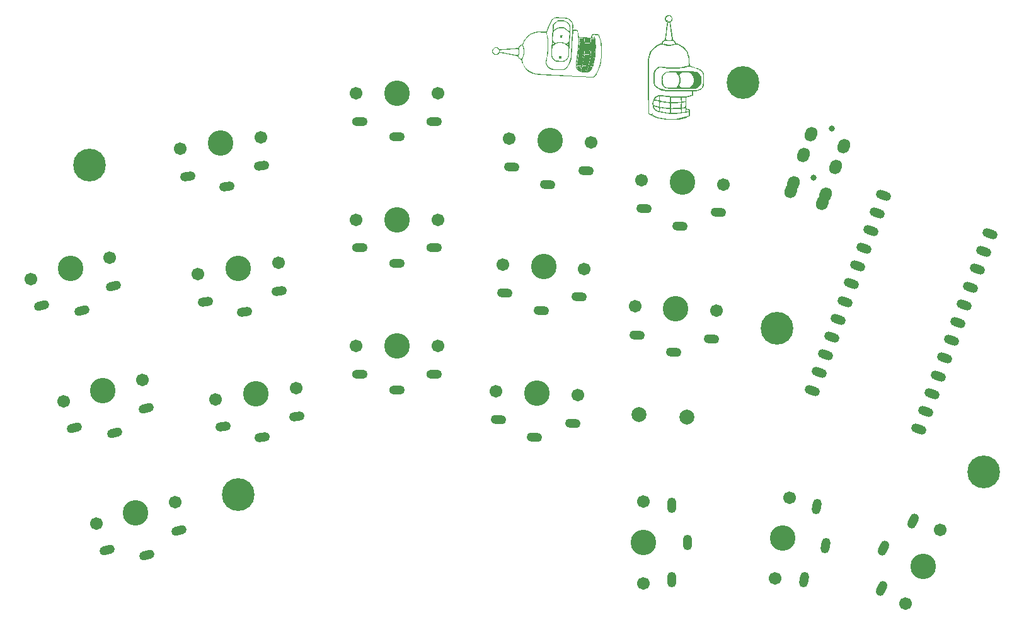
<source format=gbr>
%TF.GenerationSoftware,KiCad,Pcbnew,7.0.10*%
%TF.CreationDate,2024-03-06T23:25:22+01:00*%
%TF.ProjectId,routes,726f7574-6573-42e6-9b69-6361645f7063,rev?*%
%TF.SameCoordinates,Original*%
%TF.FileFunction,Soldermask,Top*%
%TF.FilePolarity,Negative*%
%FSLAX46Y46*%
G04 Gerber Fmt 4.6, Leading zero omitted, Abs format (unit mm)*
G04 Created by KiCad (PCBNEW 7.0.10) date 2024-03-06 23:25:22*
%MOMM*%
%LPD*%
G01*
G04 APERTURE LIST*
G04 Aperture macros list*
%AMHorizOval*
0 Thick line with rounded ends*
0 $1 width*
0 $2 $3 position (X,Y) of the first rounded end (center of the circle)*
0 $4 $5 position (X,Y) of the second rounded end (center of the circle)*
0 Add line between two ends*
20,1,$1,$2,$3,$4,$5,0*
0 Add two circle primitives to create the rounded ends*
1,1,$1,$2,$3*
1,1,$1,$4,$5*%
G04 Aperture macros list end*
%ADD10C,0.010000*%
%ADD11C,0.800000*%
%ADD12HorizOval,1.600000X0.068404X0.187939X-0.068404X-0.187939X0*%
%ADD13HorizOval,1.600000X-0.068404X-0.187939X0.068404X0.187939X0*%
%ADD14C,1.701800*%
%ADD15C,3.429000*%
%ADD16O,2.100000X1.200000*%
%ADD17HorizOval,1.200000X0.422862X-0.153909X-0.422862X0.153909X0*%
%ADD18HorizOval,1.200000X-0.449383X0.023551X0.449383X-0.023551X0*%
%ADD19HorizOval,1.200000X-0.078142X-0.443163X0.078142X0.443163X0*%
%ADD20HorizOval,1.200000X-0.445621X-0.062628X0.445621X0.062628X0*%
%ADD21HorizOval,1.200000X-0.434667X-0.116469X0.434667X0.116469X0*%
%ADD22C,4.400000*%
%ADD23C,2.000000*%
%ADD24HorizOval,1.200000X0.190178X0.407839X-0.190178X-0.407839X0*%
%ADD25O,1.200000X2.100000*%
G04 APERTURE END LIST*
%TO.C,G\u002A\u002A\u002A*%
G36*
X139192236Y-61190523D02*
G01*
X139422020Y-61191205D01*
X139613618Y-61192392D01*
X139771081Y-61194192D01*
X139898461Y-61196713D01*
X139999807Y-61200065D01*
X140079172Y-61204355D01*
X140140605Y-61209693D01*
X140188158Y-61216186D01*
X140225883Y-61223944D01*
X140257829Y-61233074D01*
X140288048Y-61243686D01*
X140293179Y-61245598D01*
X140463920Y-61335358D01*
X140620938Y-61466487D01*
X140750498Y-61625964D01*
X140813571Y-61738856D01*
X140843223Y-61805211D01*
X140864344Y-61862687D01*
X140878379Y-61922386D01*
X140886773Y-61995411D01*
X140890973Y-62092867D01*
X140892423Y-62225857D01*
X140892577Y-62345689D01*
X140892577Y-62781426D01*
X140803052Y-62963231D01*
X140688056Y-63146214D01*
X140538615Y-63292707D01*
X140347176Y-63410013D01*
X140335082Y-63415857D01*
X140185511Y-63487254D01*
X138268273Y-63492520D01*
X137888491Y-63493414D01*
X137559323Y-63493821D01*
X137276992Y-63493679D01*
X137037725Y-63492924D01*
X136837745Y-63491494D01*
X136673278Y-63489326D01*
X136540549Y-63486357D01*
X136435783Y-63482524D01*
X136355205Y-63477765D01*
X136295039Y-63472016D01*
X136251511Y-63465214D01*
X136224532Y-63458483D01*
X136109432Y-63407945D01*
X135981465Y-63329183D01*
X135861468Y-63236661D01*
X135770276Y-63144845D01*
X135767209Y-63140994D01*
X135670674Y-62991178D01*
X135604893Y-62821739D01*
X135566347Y-62621402D01*
X135553690Y-62456873D01*
X135551519Y-62292931D01*
X135698823Y-62292931D01*
X135700388Y-62458670D01*
X135708652Y-62613856D01*
X135723572Y-62742363D01*
X135737097Y-62804908D01*
X135784483Y-62915475D01*
X135867206Y-63031773D01*
X135927461Y-63099334D01*
X136005932Y-63178418D01*
X136079954Y-63240015D01*
X136157746Y-63286296D01*
X136247526Y-63319429D01*
X136357512Y-63341586D01*
X136495920Y-63354937D01*
X136670970Y-63361652D01*
X136890878Y-63363901D01*
X136929642Y-63363989D01*
X137481053Y-63364877D01*
X137600564Y-63245366D01*
X137770300Y-63040146D01*
X137892047Y-62814378D01*
X137964161Y-62573345D01*
X137985002Y-62322332D01*
X137958681Y-62092820D01*
X137889331Y-61863070D01*
X137779470Y-61657768D01*
X137775989Y-61653459D01*
X137946500Y-61653459D01*
X138017132Y-61822498D01*
X138053230Y-61920812D01*
X138076846Y-62020065D01*
X138091296Y-62138647D01*
X138099224Y-62277509D01*
X138098449Y-62475225D01*
X138075652Y-62648684D01*
X138026277Y-62820927D01*
X137959276Y-62985221D01*
X137965123Y-63031375D01*
X138004548Y-63098009D01*
X138067404Y-63173256D01*
X138143544Y-63245250D01*
X138222821Y-63302124D01*
X138237066Y-63310065D01*
X138279969Y-63329536D01*
X138329869Y-63343626D01*
X138396033Y-63353207D01*
X138487728Y-63359151D01*
X138614222Y-63362328D01*
X138784782Y-63363611D01*
X138807270Y-63363675D01*
X139278281Y-63364877D01*
X139394540Y-63284888D01*
X139560499Y-63144045D01*
X139695684Y-62968196D01*
X139774797Y-62822268D01*
X139811673Y-62740821D01*
X139835901Y-62672293D01*
X139850118Y-62601344D01*
X139856961Y-62512637D01*
X139859066Y-62390832D01*
X139859172Y-62331472D01*
X139857949Y-62190233D01*
X139852757Y-62088533D01*
X139841315Y-62011545D01*
X139821341Y-61944446D01*
X139790552Y-61872410D01*
X139787509Y-61865896D01*
X139675881Y-61680493D01*
X139526269Y-61509307D01*
X139399578Y-61402390D01*
X139293517Y-61325262D01*
X138807007Y-61325262D01*
X138601985Y-61326971D01*
X138442845Y-61333676D01*
X138321139Y-61347747D01*
X138228423Y-61371552D01*
X138156250Y-61407460D01*
X138096175Y-61457841D01*
X138039753Y-61525063D01*
X138025437Y-61544489D01*
X137946500Y-61653459D01*
X137775989Y-61653459D01*
X137626381Y-61468265D01*
X137487595Y-61321446D01*
X136878523Y-61330153D01*
X136269451Y-61338860D01*
X136119879Y-61423131D01*
X135973007Y-61530968D01*
X135848313Y-61670738D01*
X135758894Y-61826438D01*
X135734735Y-61893667D01*
X135715955Y-61994303D01*
X135703998Y-62132767D01*
X135698823Y-62292931D01*
X135551519Y-62292931D01*
X135551514Y-62292567D01*
X135557469Y-62132922D01*
X135570596Y-61999996D01*
X135574699Y-61974565D01*
X135639395Y-61761748D01*
X135750122Y-61571199D01*
X135900572Y-61410399D01*
X136084436Y-61286828D01*
X136195949Y-61238010D01*
X136224605Y-61228967D01*
X136259861Y-61221162D01*
X136305685Y-61214500D01*
X136366050Y-61208891D01*
X136444925Y-61204240D01*
X136546281Y-61200456D01*
X136674088Y-61197445D01*
X136832316Y-61195115D01*
X137024937Y-61193372D01*
X137255921Y-61192125D01*
X137529238Y-61191281D01*
X137848859Y-61190746D01*
X138218754Y-61190428D01*
X138233259Y-61190419D01*
X138601907Y-61190238D01*
X138920215Y-61190237D01*
X139192236Y-61190523D01*
G37*
G36*
X136647951Y-53609889D02*
G01*
X136783129Y-53663635D01*
X136897840Y-53756507D01*
X136959664Y-53843568D01*
X137016838Y-53997537D01*
X137025240Y-54154460D01*
X136986645Y-54303640D01*
X136902828Y-54434381D01*
X136853680Y-54481969D01*
X136769682Y-54552649D01*
X136913892Y-55714043D01*
X137058102Y-56875437D01*
X137139686Y-56917962D01*
X137233610Y-56980723D01*
X137328766Y-57066822D01*
X137412602Y-57162345D01*
X137472565Y-57253381D01*
X137494487Y-57311210D01*
X137509037Y-57366557D01*
X137536130Y-57401520D01*
X137589994Y-57427730D01*
X137666006Y-57451392D01*
X138012763Y-57576347D01*
X138320697Y-57739228D01*
X138589431Y-57939655D01*
X138818590Y-58177251D01*
X139007797Y-58451639D01*
X139156677Y-58762440D01*
X139247522Y-59040894D01*
X139270326Y-59135352D01*
X139287882Y-59232473D01*
X139301245Y-59342880D01*
X139311471Y-59477201D01*
X139319616Y-59646059D01*
X139325819Y-59828947D01*
X139342470Y-60385845D01*
X139995147Y-60619100D01*
X140222077Y-60700461D01*
X140404240Y-60766780D01*
X140548183Y-60821051D01*
X140660450Y-60866268D01*
X140747589Y-60905425D01*
X140816143Y-60941517D01*
X140872660Y-60977538D01*
X140923685Y-61016482D01*
X140975763Y-61061343D01*
X140990183Y-61074255D01*
X141060986Y-61139098D01*
X141117348Y-61197030D01*
X141160995Y-61255155D01*
X141193657Y-61320582D01*
X141217060Y-61400416D01*
X141232933Y-61501765D01*
X141243003Y-61631734D01*
X141248999Y-61797431D01*
X141252648Y-62005962D01*
X141254507Y-62161405D01*
X141256597Y-62396952D01*
X141256758Y-62585353D01*
X141254722Y-62733830D01*
X141250218Y-62849602D01*
X141242976Y-62939888D01*
X141232726Y-63011908D01*
X141220623Y-63067404D01*
X141141729Y-63287350D01*
X141026580Y-63470065D01*
X140873919Y-63616332D01*
X140682492Y-63726933D01*
X140451044Y-63802652D01*
X140178319Y-63844274D01*
X139961153Y-63853545D01*
X139791185Y-63854384D01*
X139791185Y-64123003D01*
X139787734Y-64272367D01*
X139777228Y-64369743D01*
X139759442Y-64417105D01*
X139757192Y-64419217D01*
X139707749Y-64444714D01*
X139618074Y-64478017D01*
X139501063Y-64515294D01*
X139369612Y-64552712D01*
X139236620Y-64586439D01*
X139114984Y-64612642D01*
X139092247Y-64616803D01*
X138993919Y-64638388D01*
X138919590Y-64662790D01*
X138883585Y-64685214D01*
X138882728Y-64686934D01*
X138879290Y-64722718D01*
X138876581Y-64805385D01*
X138874680Y-64927433D01*
X138873669Y-65081359D01*
X138873626Y-65259660D01*
X138874600Y-65450686D01*
X138880157Y-66178776D01*
X139023446Y-66199407D01*
X139127776Y-66219609D01*
X139226913Y-66246991D01*
X139262080Y-66259876D01*
X139357425Y-66299714D01*
X139349948Y-66742734D01*
X139342470Y-67185755D01*
X139165703Y-67274161D01*
X138904794Y-67385979D01*
X138596719Y-67484970D01*
X138247539Y-67569492D01*
X137863317Y-67637898D01*
X137780912Y-67649763D01*
X137629335Y-67666240D01*
X137438698Y-67680090D01*
X137221633Y-67691022D01*
X136990773Y-67698747D01*
X136758751Y-67702975D01*
X136538197Y-67703418D01*
X136341747Y-67699784D01*
X136182030Y-67691785D01*
X136133476Y-67687529D01*
X135652500Y-67621145D01*
X135206743Y-67524962D01*
X134799043Y-67399924D01*
X134432238Y-67246975D01*
X134109166Y-67067060D01*
X133962063Y-66965156D01*
X133753926Y-66809695D01*
X133753773Y-66732469D01*
X133889900Y-66732469D01*
X133991881Y-66811374D01*
X134074942Y-66874099D01*
X134156716Y-66933529D01*
X134176336Y-66947277D01*
X134258809Y-67004276D01*
X134257920Y-66931846D01*
X134266757Y-66877971D01*
X134305258Y-66860167D01*
X134325018Y-66859417D01*
X134377925Y-66871841D01*
X134399645Y-66919313D01*
X134401408Y-66932101D01*
X134398024Y-66987867D01*
X134362033Y-67011002D01*
X134347018Y-67013685D01*
X134318013Y-67022177D01*
X134326861Y-67038180D01*
X134378726Y-67067137D01*
X134413927Y-67084160D01*
X134517918Y-67122890D01*
X134597868Y-67131400D01*
X134608526Y-67129447D01*
X134662778Y-67128176D01*
X134690471Y-67166914D01*
X134691145Y-67168995D01*
X134712876Y-67199453D01*
X134763470Y-67231125D01*
X134850636Y-67267756D01*
X134982088Y-67313090D01*
X134999651Y-67318791D01*
X135431562Y-67435165D01*
X135897087Y-67517452D01*
X136386727Y-67564724D01*
X136890981Y-67576053D01*
X137384440Y-67551876D01*
X137755325Y-67510351D01*
X138118380Y-67450306D01*
X138463081Y-67374179D01*
X138778902Y-67284409D01*
X139055316Y-67183436D01*
X139145307Y-67143812D01*
X139220093Y-67109037D01*
X139220093Y-66747550D01*
X139220093Y-66386063D01*
X139118112Y-66357742D01*
X139009799Y-66331698D01*
X138942683Y-66329220D01*
X138907417Y-66353788D01*
X138894654Y-66408885D01*
X138893755Y-66441296D01*
X138896062Y-66511816D01*
X138910213Y-66541145D01*
X138947051Y-66542468D01*
X138972968Y-66537632D01*
X139043279Y-66538084D01*
X139087854Y-66564873D01*
X139094242Y-66608727D01*
X139087450Y-66622870D01*
X139064685Y-66644964D01*
X139020420Y-66666411D01*
X138948012Y-66689029D01*
X138840817Y-66714637D01*
X138692195Y-66745053D01*
X138526624Y-66776359D01*
X137981643Y-66856298D01*
X137431743Y-66894644D01*
X136869567Y-66891337D01*
X136287757Y-66846319D01*
X135770786Y-66772622D01*
X136826945Y-66772622D01*
X137377641Y-66755098D01*
X137553494Y-66748825D01*
X137718132Y-66741701D01*
X137861045Y-66734277D01*
X137971722Y-66727104D01*
X138039653Y-66720734D01*
X138043915Y-66720129D01*
X138159494Y-66702683D01*
X138159494Y-66689102D01*
X138293342Y-66689102D01*
X138396385Y-66670150D01*
X138489653Y-66652205D01*
X138597196Y-66630449D01*
X138628605Y-66623878D01*
X138757781Y-66596558D01*
X138757781Y-66372188D01*
X138756294Y-66267326D01*
X138752340Y-66185167D01*
X138746674Y-66139391D01*
X138744651Y-66134688D01*
X138713396Y-66131964D01*
X138642307Y-66136524D01*
X138545304Y-66147373D01*
X138520294Y-66150721D01*
X138309065Y-66179884D01*
X138301203Y-66434493D01*
X138293342Y-66689102D01*
X138159494Y-66689102D01*
X138159494Y-66445003D01*
X138158642Y-66325557D01*
X138154869Y-66251312D01*
X138146344Y-66213092D01*
X138131237Y-66201719D01*
X138111903Y-66206287D01*
X138071827Y-66212401D01*
X137985804Y-66219063D01*
X137862268Y-66225843D01*
X137709653Y-66232307D01*
X137536392Y-66238023D01*
X137445629Y-66240442D01*
X136826945Y-66255632D01*
X136826945Y-66514127D01*
X136826945Y-66772622D01*
X135770786Y-66772622D01*
X135678955Y-66759531D01*
X135643969Y-66753444D01*
X135381379Y-66701043D01*
X135164463Y-66642711D01*
X134984555Y-66574891D01*
X134966078Y-66565033D01*
X135358423Y-66565033D01*
X135623573Y-66613628D01*
X135839939Y-66650858D01*
X136053344Y-66683142D01*
X136251189Y-66708842D01*
X136420874Y-66726319D01*
X136548198Y-66733899D01*
X136690971Y-66737040D01*
X136690971Y-66492286D01*
X136689493Y-66384498D01*
X136685535Y-66300931D01*
X136679808Y-66253719D01*
X136676600Y-66247532D01*
X136622594Y-66244128D01*
X136526264Y-66234842D01*
X136399190Y-66221063D01*
X136252948Y-66204181D01*
X136099119Y-66185585D01*
X135949280Y-66166665D01*
X135815009Y-66148810D01*
X135707884Y-66133409D01*
X135657566Y-66125245D01*
X135548548Y-66106657D01*
X135458378Y-66092494D01*
X135401748Y-66085019D01*
X135392417Y-66084400D01*
X135374735Y-66101995D01*
X135363858Y-66158868D01*
X135358929Y-66261085D01*
X135358423Y-66324698D01*
X135358423Y-66565033D01*
X134966078Y-66565033D01*
X134832991Y-66494028D01*
X134701107Y-66396566D01*
X134641308Y-66341929D01*
X134502505Y-66170128D01*
X134403487Y-65967292D01*
X134381596Y-65880599D01*
X134519717Y-65880599D01*
X134521263Y-65914097D01*
X134550318Y-65977015D01*
X134599157Y-66057338D01*
X134660055Y-66143052D01*
X134725285Y-66222143D01*
X134766604Y-66264548D01*
X134849493Y-66332583D01*
X134944686Y-66396421D01*
X135040151Y-66449743D01*
X135123854Y-66486233D01*
X135183765Y-66499571D01*
X135203272Y-66493844D01*
X135212549Y-66458724D01*
X135217616Y-66384023D01*
X135217613Y-66284444D01*
X135216870Y-66261257D01*
X135208851Y-66048985D01*
X134869234Y-65959843D01*
X134802245Y-65942738D01*
X135358423Y-65942738D01*
X135603874Y-65987846D01*
X135730801Y-66008911D01*
X135888181Y-66031667D01*
X136061389Y-66054344D01*
X136235796Y-66075176D01*
X136396777Y-66092395D01*
X136529705Y-66104233D01*
X136602588Y-66108532D01*
X136690971Y-66111558D01*
X136826945Y-66111558D01*
X137323252Y-66108606D01*
X137495622Y-66106660D01*
X137661555Y-66103122D01*
X137808361Y-66098383D01*
X137923350Y-66092837D01*
X137982727Y-66088210D01*
X138145896Y-66070766D01*
X138146191Y-66057811D01*
X138295468Y-66057811D01*
X138411046Y-66040320D01*
X138516546Y-66024076D01*
X138623000Y-66007286D01*
X138635404Y-66005293D01*
X138744183Y-65987758D01*
X138751848Y-65651760D01*
X138759512Y-65315762D01*
X138671698Y-65333325D01*
X138591803Y-65346992D01*
X138489193Y-65361652D01*
X138439676Y-65367836D01*
X138295468Y-65384785D01*
X138295468Y-65721298D01*
X138295468Y-66057811D01*
X138146191Y-66057811D01*
X138153563Y-65733813D01*
X138161229Y-65396861D01*
X138031186Y-65414771D01*
X137963130Y-65421275D01*
X137851753Y-65428631D01*
X137708108Y-65436254D01*
X137543243Y-65443560D01*
X137368211Y-65449962D01*
X137364044Y-65450098D01*
X136826945Y-65467514D01*
X136826945Y-65789536D01*
X136826945Y-66111558D01*
X136690971Y-66111558D01*
X136690971Y-65775636D01*
X136690971Y-65439714D01*
X136439419Y-65421941D01*
X136327033Y-65412056D01*
X136186979Y-65396834D01*
X136030803Y-65377856D01*
X135870054Y-65356702D01*
X135716280Y-65334950D01*
X135691403Y-65331130D01*
X136826945Y-65331130D01*
X137418434Y-65313595D01*
X137596964Y-65307633D01*
X137761028Y-65300898D01*
X137901436Y-65293866D01*
X138008994Y-65287016D01*
X138074512Y-65280824D01*
X138085622Y-65278944D01*
X138161322Y-65261827D01*
X138156676Y-65098633D01*
X138295449Y-65098633D01*
X138301705Y-65181869D01*
X138323705Y-65226977D01*
X138370917Y-65241856D01*
X138452810Y-65234402D01*
X138578852Y-65212511D01*
X138585585Y-65211336D01*
X138757781Y-65181349D01*
X138757781Y-64922093D01*
X138757781Y-64662837D01*
X138631608Y-64680131D01*
X138526914Y-64691156D01*
X138423300Y-64697094D01*
X138400452Y-64697425D01*
X138295468Y-64697425D01*
X138295468Y-64969374D01*
X138295449Y-65098633D01*
X138156676Y-65098633D01*
X138153609Y-64990923D01*
X138145896Y-64720018D01*
X137710778Y-64709489D01*
X137540371Y-64704610D01*
X137368498Y-64698375D01*
X137211714Y-64691471D01*
X137086572Y-64684583D01*
X137051303Y-64682153D01*
X136826945Y-64665348D01*
X136826945Y-64998239D01*
X136826945Y-65331130D01*
X135691403Y-65331130D01*
X135581030Y-65314182D01*
X135475852Y-65295977D01*
X135412293Y-65281915D01*
X135409404Y-65281033D01*
X135388240Y-65277588D01*
X135373908Y-65288719D01*
X135365084Y-65322802D01*
X135360446Y-65388212D01*
X135358671Y-65493325D01*
X135358423Y-65603795D01*
X135358423Y-65942738D01*
X134802245Y-65942738D01*
X134741507Y-65927229D01*
X134634136Y-65901539D01*
X134557276Y-65885077D01*
X134521080Y-65880143D01*
X134519717Y-65880599D01*
X134381596Y-65880599D01*
X134346544Y-65741785D01*
X134337826Y-65575586D01*
X134467650Y-65575586D01*
X134473602Y-65644748D01*
X134484175Y-65679217D01*
X134504614Y-65705747D01*
X134544366Y-65729063D01*
X134612877Y-65753887D01*
X134719594Y-65784946D01*
X134795432Y-65805702D01*
X134955988Y-65849901D01*
X135070756Y-65878728D01*
X135147191Y-65887921D01*
X135192747Y-65873217D01*
X135214880Y-65830357D01*
X135221044Y-65755077D01*
X135218693Y-65643118D01*
X135216487Y-65565008D01*
X135208851Y-65236016D01*
X134909708Y-65157756D01*
X134787477Y-65126409D01*
X134683503Y-65100917D01*
X134609712Y-65084131D01*
X134579283Y-65078824D01*
X134555100Y-65103262D01*
X134529847Y-65168718D01*
X134506000Y-65261934D01*
X134486034Y-65369656D01*
X134472426Y-65478625D01*
X134467650Y-65575586D01*
X134337826Y-65575586D01*
X134333965Y-65501972D01*
X134357476Y-65304973D01*
X134430085Y-65043435D01*
X134483875Y-64932755D01*
X134634477Y-64932755D01*
X134637059Y-64937447D01*
X134671101Y-64953358D01*
X134743131Y-64977177D01*
X134839352Y-65005262D01*
X134945969Y-65033970D01*
X135049184Y-65059657D01*
X135135202Y-65078682D01*
X135190225Y-65087401D01*
X135202052Y-65086629D01*
X135210675Y-65056186D01*
X135217494Y-64983581D01*
X135221624Y-64881034D01*
X135222449Y-64804600D01*
X135221124Y-64670918D01*
X135212645Y-64585597D01*
X135190255Y-64542611D01*
X135147200Y-64535931D01*
X135076721Y-64559531D01*
X134991292Y-64598388D01*
X134918495Y-64641142D01*
X134837782Y-64701765D01*
X134759089Y-64770747D01*
X134692351Y-64838579D01*
X134647502Y-64895752D01*
X134634477Y-64932755D01*
X134483875Y-64932755D01*
X134536486Y-64824501D01*
X134676717Y-64648124D01*
X134850816Y-64514260D01*
X134879665Y-64501584D01*
X135358423Y-64501584D01*
X135358423Y-64815231D01*
X135359323Y-64951704D01*
X135362933Y-65043209D01*
X135370622Y-65099153D01*
X135383755Y-65128942D01*
X135403701Y-65141981D01*
X135406014Y-65142695D01*
X135494020Y-65163099D01*
X135623177Y-65186517D01*
X135780459Y-65211200D01*
X135952835Y-65235400D01*
X136127278Y-65257370D01*
X136290757Y-65275362D01*
X136430246Y-65287628D01*
X136521003Y-65292264D01*
X136690971Y-65295712D01*
X136690941Y-64976172D01*
X136690912Y-64665348D01*
X136690911Y-64656633D01*
X136140245Y-64592308D01*
X135964951Y-64571846D01*
X135800765Y-64552708D01*
X135658098Y-64536105D01*
X135547359Y-64523249D01*
X135478958Y-64515351D01*
X135474001Y-64514784D01*
X135358423Y-64501584D01*
X134879665Y-64501584D01*
X135058819Y-64422864D01*
X135099826Y-64410929D01*
X135175656Y-64392694D01*
X135250694Y-64381006D01*
X135333732Y-64376118D01*
X135433558Y-64378280D01*
X135558962Y-64387743D01*
X135718734Y-64404757D01*
X135921663Y-64429573D01*
X135970307Y-64435764D01*
X136433228Y-64487883D01*
X136890107Y-64525646D01*
X137335240Y-64549137D01*
X137762925Y-64558442D01*
X138167457Y-64553646D01*
X138543133Y-64534833D01*
X138884249Y-64502090D01*
X139185101Y-64455500D01*
X139439986Y-64395149D01*
X139478542Y-64383462D01*
X139563775Y-64351556D01*
X139625674Y-64318884D01*
X139647348Y-64297963D01*
X139651803Y-64254231D01*
X139650451Y-64173025D01*
X139643629Y-64070910D01*
X139642432Y-64057748D01*
X139623376Y-63854384D01*
X137878426Y-63853436D01*
X137501729Y-63852976D01*
X137175601Y-63851986D01*
X136896223Y-63850391D01*
X136659776Y-63848115D01*
X136462442Y-63845084D01*
X136300402Y-63841222D01*
X136169836Y-63836454D01*
X136066926Y-63830706D01*
X135987854Y-63823902D01*
X135928799Y-63815967D01*
X135923358Y-63815022D01*
X135814424Y-63798438D01*
X135719580Y-63789028D01*
X135657023Y-63788512D01*
X135651409Y-63789334D01*
X135611120Y-63795652D01*
X135621645Y-63787318D01*
X135642513Y-63777927D01*
X135676616Y-63759643D01*
X135663349Y-63747157D01*
X135629384Y-63737467D01*
X135569211Y-63733695D01*
X135537018Y-63746496D01*
X135493613Y-63770909D01*
X135482160Y-63772383D01*
X135474704Y-63761321D01*
X135488886Y-63749587D01*
X135507101Y-63720161D01*
X135481123Y-63690742D01*
X135420894Y-63666593D01*
X135336355Y-63652978D01*
X135303975Y-63651685D01*
X135231275Y-63647026D01*
X135190214Y-63636531D01*
X135186547Y-63628921D01*
X135219661Y-63618385D01*
X135251932Y-63623954D01*
X135296702Y-63632437D01*
X135298022Y-63618946D01*
X135259129Y-63589416D01*
X135221650Y-63568425D01*
X135157450Y-63544540D01*
X135111321Y-63543382D01*
X135108669Y-63544734D01*
X135091178Y-63547406D01*
X135100331Y-63527626D01*
X135106397Y-63503106D01*
X135078723Y-63508442D01*
X135046898Y-63509986D01*
X135048118Y-63490713D01*
X135036820Y-63455037D01*
X134999142Y-63427706D01*
X134914489Y-63374094D01*
X134815435Y-63289400D01*
X134716793Y-63188418D01*
X134633378Y-63085944D01*
X134591748Y-63020817D01*
X134547141Y-62922273D01*
X134512967Y-62807596D01*
X134488432Y-62669813D01*
X134472739Y-62501952D01*
X134465094Y-62297041D01*
X134464701Y-62048107D01*
X134466607Y-61923549D01*
X134468452Y-61839101D01*
X134627137Y-61839101D01*
X134628743Y-62080993D01*
X134629158Y-62114526D01*
X134631996Y-62322107D01*
X134634996Y-62483163D01*
X134638936Y-62605557D01*
X134644594Y-62697150D01*
X134652748Y-62765803D01*
X134664176Y-62819379D01*
X134679657Y-62865740D01*
X134699968Y-62912746D01*
X134710374Y-62935103D01*
X134761428Y-63028827D01*
X134823674Y-63106020D01*
X134912121Y-63183666D01*
X134966059Y-63224448D01*
X135268348Y-63415472D01*
X135588979Y-63559712D01*
X135920736Y-63654338D01*
X136150059Y-63689000D01*
X136229233Y-63693945D01*
X136355045Y-63698361D01*
X136522010Y-63702247D01*
X136724643Y-63705603D01*
X136957460Y-63708428D01*
X137214978Y-63710720D01*
X137491711Y-63712480D01*
X137782176Y-63713706D01*
X138080888Y-63714398D01*
X138382364Y-63714555D01*
X138681118Y-63714175D01*
X138971667Y-63713259D01*
X139248526Y-63711805D01*
X139506211Y-63709813D01*
X139739238Y-63707281D01*
X139942122Y-63704209D01*
X140109379Y-63700597D01*
X140235526Y-63696443D01*
X140315077Y-63691747D01*
X140333299Y-63689608D01*
X140549369Y-63637518D01*
X140724655Y-63556450D01*
X140866408Y-63442936D01*
X140880779Y-63427762D01*
X140958852Y-63331617D01*
X141021593Y-63225830D01*
X141070258Y-63103971D01*
X141106098Y-62959610D01*
X141130369Y-62786316D01*
X141144323Y-62577658D01*
X141149214Y-62327207D01*
X141146935Y-62062483D01*
X141143458Y-61878679D01*
X141139717Y-61740080D01*
X141134511Y-61637507D01*
X141126637Y-61561781D01*
X141114894Y-61503727D01*
X141098081Y-61454165D01*
X141074997Y-61403917D01*
X141055746Y-61365930D01*
X141014093Y-61291281D01*
X140967895Y-61226570D01*
X140911339Y-61168467D01*
X140838610Y-61113645D01*
X140743895Y-61058774D01*
X140621380Y-61000525D01*
X140465249Y-60935570D01*
X140269689Y-60860579D01*
X140028886Y-60772224D01*
X140001415Y-60762280D01*
X139790756Y-60686327D01*
X139624671Y-60627330D01*
X139496679Y-60583491D01*
X139400299Y-60553012D01*
X139329052Y-60534097D01*
X139276455Y-60524948D01*
X139236029Y-60523768D01*
X139201292Y-60528761D01*
X139179301Y-60534296D01*
X139103034Y-60555277D01*
X138993716Y-60585285D01*
X138870755Y-60618992D01*
X138825768Y-60631313D01*
X138512143Y-60702620D01*
X138157221Y-60757475D01*
X137771824Y-60794976D01*
X137366775Y-60814221D01*
X136952896Y-60814306D01*
X136730351Y-60806109D01*
X136539741Y-60796185D01*
X136388910Y-60787105D01*
X136263296Y-60777416D01*
X136148336Y-60765666D01*
X136029470Y-60750401D01*
X135892134Y-60730169D01*
X135755837Y-60708905D01*
X135561598Y-60683184D01*
X135407456Y-60675811D01*
X135281834Y-60688169D01*
X135173153Y-60721639D01*
X135069835Y-60777603D01*
X135045821Y-60793658D01*
X134913382Y-60907810D01*
X134793517Y-61053017D01*
X134699861Y-61210647D01*
X134654146Y-61328896D01*
X134642122Y-61395911D01*
X134633699Y-61500594D01*
X134628746Y-61646979D01*
X134627137Y-61839101D01*
X134468452Y-61839101D01*
X134470817Y-61730897D01*
X134475650Y-61583432D01*
X134482049Y-61471950D01*
X134490958Y-61387250D01*
X134503321Y-61320129D01*
X134520081Y-61261384D01*
X134540074Y-61207137D01*
X134646066Y-61004721D01*
X134790954Y-60826117D01*
X134965319Y-60680177D01*
X135159742Y-60575755D01*
X135242173Y-60547258D01*
X135309661Y-60529255D01*
X135368764Y-60519829D01*
X135433218Y-60519345D01*
X135516758Y-60528168D01*
X135633119Y-60546664D01*
X135707856Y-60559646D01*
X135968240Y-60602675D01*
X136202366Y-60634639D01*
X136426926Y-60656923D01*
X136658616Y-60670912D01*
X136914129Y-60677992D01*
X137153284Y-60679614D01*
X137511276Y-60674368D01*
X137830467Y-60657487D01*
X138125517Y-60627331D01*
X138411089Y-60582260D01*
X138701844Y-60520637D01*
X138808645Y-60494579D01*
X138941490Y-60460619D01*
X139054197Y-60430751D01*
X139136859Y-60407680D01*
X139179566Y-60394112D01*
X139183095Y-60392311D01*
X139189781Y-60358982D01*
X139194245Y-60281430D01*
X139196628Y-60169770D01*
X139197072Y-60034117D01*
X139195721Y-59884585D01*
X139192715Y-59731289D01*
X139188199Y-59584345D01*
X139182312Y-59453868D01*
X139175199Y-59349973D01*
X139167531Y-59285648D01*
X139081493Y-58941187D01*
X138952840Y-58629398D01*
X138782601Y-58351608D01*
X138571805Y-58109145D01*
X138321484Y-57903336D01*
X138032666Y-57735507D01*
X137928337Y-57688369D01*
X137753632Y-57618912D01*
X137617828Y-57575798D01*
X137513116Y-57557502D01*
X137431689Y-57562500D01*
X137379894Y-57581288D01*
X137259242Y-57631064D01*
X137102117Y-57677776D01*
X136926423Y-57717127D01*
X136750061Y-57744820D01*
X136663717Y-57753208D01*
X136347738Y-57749237D01*
X136028574Y-57692902D01*
X135834333Y-57632892D01*
X135707247Y-57591441D01*
X135604140Y-57572187D01*
X135506718Y-57575717D01*
X135396687Y-57602616D01*
X135261490Y-57651248D01*
X134960420Y-57795995D01*
X134690029Y-57983766D01*
X134453490Y-58210662D01*
X134253974Y-58472785D01*
X134094655Y-58766238D01*
X133978703Y-59087123D01*
X133932581Y-59284221D01*
X133926389Y-59321788D01*
X133920814Y-59367722D01*
X133915826Y-59424855D01*
X133911392Y-59496021D01*
X133907482Y-59584053D01*
X133904063Y-59691783D01*
X133901105Y-59822044D01*
X133898576Y-59977670D01*
X133896443Y-60161493D01*
X133894677Y-60376346D01*
X133893245Y-60625063D01*
X133892115Y-60910476D01*
X133891256Y-61235417D01*
X133890638Y-61602721D01*
X133890227Y-62015220D01*
X133889993Y-62475747D01*
X133889904Y-62987135D01*
X133889900Y-63120842D01*
X133889900Y-66732469D01*
X133753773Y-66732469D01*
X133747127Y-63380809D01*
X133746341Y-62948158D01*
X133745713Y-62527217D01*
X133745243Y-62121562D01*
X133744929Y-61734768D01*
X133744770Y-61370410D01*
X133744763Y-61032063D01*
X133744908Y-60723303D01*
X133745202Y-60447705D01*
X133745644Y-60208844D01*
X133746232Y-60010296D01*
X133746966Y-59855636D01*
X133747842Y-59748438D01*
X133748792Y-59694233D01*
X133785484Y-59318492D01*
X133868856Y-58966700D01*
X133996967Y-58641541D01*
X134167877Y-58345703D01*
X134379645Y-58081868D01*
X134630329Y-57852724D01*
X134917989Y-57660956D01*
X135240685Y-57509249D01*
X135358423Y-57467144D01*
X135453006Y-57433953D01*
X135512358Y-57402533D01*
X135515936Y-57398644D01*
X135705544Y-57398644D01*
X135725284Y-57434946D01*
X135771951Y-57462421D01*
X135835547Y-57486869D01*
X135883831Y-57479656D01*
X135908571Y-57465999D01*
X135952392Y-57446267D01*
X135986032Y-57461540D01*
X136018155Y-57501164D01*
X136069373Y-57548939D01*
X136125831Y-57571681D01*
X136171870Y-57567166D01*
X136191830Y-57533167D01*
X136191790Y-57531579D01*
X136255853Y-57531579D01*
X136269451Y-57545177D01*
X136283048Y-57531579D01*
X136269451Y-57517982D01*
X136255853Y-57531579D01*
X136191790Y-57531579D01*
X136191643Y-57525822D01*
X136207538Y-57483573D01*
X136248087Y-57469463D01*
X136289204Y-57487497D01*
X136301621Y-57507542D01*
X136301963Y-57553732D01*
X136284864Y-57567234D01*
X136264337Y-57582482D01*
X136286770Y-57602442D01*
X136340489Y-57617094D01*
X136433858Y-57624313D01*
X136552695Y-57624427D01*
X136682817Y-57617766D01*
X136810042Y-57604659D01*
X136908530Y-57588014D01*
X137032940Y-57557153D01*
X137164428Y-57518089D01*
X137239447Y-57492181D01*
X137324147Y-57458749D01*
X137367865Y-57433122D01*
X137380788Y-57404673D01*
X137373103Y-57362774D01*
X137370906Y-57355034D01*
X137305338Y-57220600D01*
X137192727Y-57112381D01*
X137142544Y-57080750D01*
X137079577Y-57046980D01*
X137033208Y-57034548D01*
X136981125Y-57042614D01*
X136901015Y-57070336D01*
X136897790Y-57071520D01*
X136761113Y-57104781D01*
X136594921Y-57120371D01*
X136421075Y-57118225D01*
X136261434Y-57098277D01*
X136169904Y-57073708D01*
X136064994Y-57045476D01*
X135988665Y-57049225D01*
X135977202Y-57053048D01*
X135890554Y-57105578D01*
X135805252Y-57188162D01*
X135739597Y-57280931D01*
X135716415Y-57336191D01*
X135705544Y-57398644D01*
X135515936Y-57398644D01*
X135553101Y-57358243D01*
X135591860Y-57286444D01*
X135611809Y-57244000D01*
X135647005Y-57171681D01*
X135680824Y-57117067D01*
X135723385Y-57070565D01*
X135784810Y-57022583D01*
X135875218Y-56963528D01*
X135968298Y-56906097D01*
X135980897Y-56889848D01*
X135981649Y-56887777D01*
X136158664Y-56887777D01*
X136158894Y-56913385D01*
X136191527Y-56928626D01*
X136258444Y-56951251D01*
X136303004Y-56964429D01*
X136437853Y-56986209D01*
X136596186Y-56987764D01*
X136751393Y-56970059D01*
X136850022Y-56944620D01*
X136910467Y-56917481D01*
X136930660Y-56883682D01*
X136925867Y-56836411D01*
X136919171Y-56792724D01*
X136906750Y-56701544D01*
X136889436Y-56569367D01*
X136868062Y-56402693D01*
X136843460Y-56208020D01*
X136816464Y-55991846D01*
X136787906Y-55760671D01*
X136786032Y-55745412D01*
X136757493Y-55514174D01*
X136730547Y-55298105D01*
X136706011Y-55103597D01*
X136684704Y-54937040D01*
X136667443Y-54804824D01*
X136655047Y-54713341D01*
X136648334Y-54668981D01*
X136648083Y-54667733D01*
X136631233Y-54626446D01*
X136593285Y-54611611D01*
X136533684Y-54613343D01*
X136432620Y-54621729D01*
X136411839Y-54798496D01*
X136403483Y-54867121D01*
X136389150Y-54982070D01*
X136369804Y-55135723D01*
X136346410Y-55320459D01*
X136319933Y-55528658D01*
X136291337Y-55752698D01*
X136267728Y-55937076D01*
X136239649Y-56159510D01*
X136214615Y-56364570D01*
X136193312Y-56546093D01*
X136176427Y-56697912D01*
X136164649Y-56813861D01*
X136158664Y-56887777D01*
X135981649Y-56887777D01*
X135994104Y-56853466D01*
X136008639Y-56792482D01*
X136025221Y-56702424D01*
X136044570Y-56578823D01*
X136067406Y-56417206D01*
X136094447Y-56213103D01*
X136126414Y-55962044D01*
X136147749Y-55791108D01*
X136177617Y-55551794D01*
X136205897Y-55327682D01*
X136231792Y-55124899D01*
X136254507Y-54949572D01*
X136273245Y-54807827D01*
X136287211Y-54705793D01*
X136295609Y-54649596D01*
X136297022Y-54642157D01*
X136294761Y-54595129D01*
X136261612Y-54539922D01*
X136191035Y-54465390D01*
X136099479Y-54349781D01*
X136283048Y-54349781D01*
X136296646Y-54363378D01*
X136310243Y-54349781D01*
X136296646Y-54336183D01*
X136283048Y-54349781D01*
X136099479Y-54349781D01*
X136084053Y-54330303D01*
X136027569Y-54183328D01*
X136025263Y-54116678D01*
X136153653Y-54116678D01*
X136175037Y-54227797D01*
X136183264Y-54245700D01*
X136220985Y-54301688D01*
X136267133Y-54318420D01*
X136308628Y-54315026D01*
X136367713Y-54312590D01*
X136389724Y-54334004D01*
X136391411Y-54353493D01*
X136386914Y-54386933D01*
X136368613Y-54369434D01*
X136364633Y-54363378D01*
X136342853Y-54342724D01*
X136337854Y-54354637D01*
X136359851Y-54414773D01*
X136419172Y-54453073D01*
X136503054Y-54468900D01*
X136598733Y-54461617D01*
X136693447Y-54430586D01*
X136773198Y-54376360D01*
X136858829Y-54262231D01*
X136897123Y-54137797D01*
X136890656Y-54013373D01*
X136842006Y-53899271D01*
X136753749Y-53805806D01*
X136628464Y-53743290D01*
X136613969Y-53739130D01*
X136532354Y-53723132D01*
X136463786Y-53729892D01*
X136380209Y-53761414D01*
X136297573Y-53808297D01*
X136231214Y-53863630D01*
X136214906Y-53883888D01*
X136167624Y-53994251D01*
X136153653Y-54116678D01*
X136025263Y-54116678D01*
X136022304Y-54031136D01*
X136068977Y-53880397D01*
X136118937Y-53797902D01*
X136227800Y-53689274D01*
X136359469Y-53622120D01*
X136503125Y-53595855D01*
X136647951Y-53609889D01*
G37*
D10*
X125044256Y-57379925D02*
X125061612Y-57430903D01*
X125036137Y-58681284D01*
X124436959Y-58649882D01*
X124508306Y-58052798D01*
X124534432Y-57363220D01*
X125044256Y-57379925D01*
G36*
X125044256Y-57379925D02*
G01*
X125061612Y-57430903D01*
X125036137Y-58681284D01*
X124436959Y-58649882D01*
X124508306Y-58052798D01*
X124534432Y-57363220D01*
X125044256Y-57379925D01*
G37*
X125883105Y-57423887D02*
X125899937Y-57484852D01*
X125886938Y-58115035D01*
X125874986Y-58725246D01*
X125245849Y-58692274D01*
X125272498Y-57992710D01*
X125283446Y-57592735D01*
X125273418Y-57401949D01*
X125883105Y-57423887D01*
G36*
X125883105Y-57423887D02*
G01*
X125899937Y-57484852D01*
X125886938Y-58115035D01*
X125874986Y-58725246D01*
X125245849Y-58692274D01*
X125272498Y-57992710D01*
X125283446Y-57592735D01*
X125273418Y-57401949D01*
X125883105Y-57423887D01*
G37*
X124986828Y-56756065D02*
X125005230Y-56787070D01*
X125041554Y-57049331D01*
X125045260Y-57169690D01*
X124536483Y-57133012D01*
X124526411Y-56751963D01*
X124777116Y-56745074D01*
X124947406Y-56743985D01*
X124986828Y-56756065D01*
G36*
X124986828Y-56756065D02*
G01*
X125005230Y-56787070D01*
X125041554Y-57049331D01*
X125045260Y-57169690D01*
X124536483Y-57133012D01*
X124526411Y-56751963D01*
X124777116Y-56745074D01*
X124947406Y-56743985D01*
X124986828Y-56756065D01*
G37*
X125517148Y-56763830D02*
X125796241Y-56788470D01*
X125825677Y-56800027D01*
X125864094Y-57022342D01*
X125864660Y-57202619D01*
X125455222Y-57181161D01*
X125256019Y-57160708D01*
X125237009Y-56759162D01*
X125517148Y-56763830D01*
G36*
X125517148Y-56763830D02*
G01*
X125796241Y-56788470D01*
X125825677Y-56800027D01*
X125864094Y-57022342D01*
X125864660Y-57202619D01*
X125455222Y-57181161D01*
X125256019Y-57160708D01*
X125237009Y-56759162D01*
X125517148Y-56763830D01*
G37*
X124702785Y-60456270D02*
X124690182Y-60505678D01*
X124606147Y-60771645D01*
X124556781Y-60949304D01*
X124525776Y-60967707D01*
X124496863Y-60946164D01*
X124431146Y-60862610D01*
X124345980Y-60768023D01*
X124254491Y-60603009D01*
X124202947Y-60440088D01*
X124702785Y-60456270D01*
G36*
X124702785Y-60456270D02*
G01*
X124690182Y-60505678D01*
X124606147Y-60771645D01*
X124556781Y-60949304D01*
X124525776Y-60967707D01*
X124496863Y-60946164D01*
X124431146Y-60862610D01*
X124345980Y-60768023D01*
X124254491Y-60603009D01*
X124202947Y-60440088D01*
X124702785Y-60456270D01*
G37*
X126375970Y-56808839D02*
X126465323Y-56823536D01*
X126484249Y-56844555D01*
X126515297Y-57016415D01*
X126535835Y-57197739D01*
X126533218Y-57247670D01*
X126083835Y-57224119D01*
X126054838Y-56822050D01*
X126065871Y-56802601D01*
X126256134Y-56802559D01*
X126375970Y-56808839D01*
G36*
X126375970Y-56808839D02*
G01*
X126465323Y-56823536D01*
X126484249Y-56844555D01*
X126515297Y-57016415D01*
X126535835Y-57197739D01*
X126533218Y-57247670D01*
X126083835Y-57224119D01*
X126054838Y-56822050D01*
X126065871Y-56802601D01*
X126256134Y-56802559D01*
X126375970Y-56808839D01*
G37*
X126080894Y-60528494D02*
X126160261Y-60542667D01*
X126169200Y-60563163D01*
X126101432Y-60709817D01*
X125951680Y-60892230D01*
X125794558Y-61024187D01*
X125680522Y-61098321D01*
X125578043Y-61143019D01*
X125559117Y-61121999D01*
X125570673Y-61092564D01*
X125750822Y-60521209D01*
X126080894Y-60528494D01*
G36*
X126080894Y-60528494D02*
G01*
X126160261Y-60542667D01*
X126169200Y-60563163D01*
X126101432Y-60709817D01*
X125951680Y-60892230D01*
X125794558Y-61024187D01*
X125680522Y-61098321D01*
X125578043Y-61143019D01*
X125559117Y-61121999D01*
X125570673Y-61092564D01*
X125750822Y-60521209D01*
X126080894Y-60528494D01*
G37*
X126502072Y-58988426D02*
X126503161Y-59158716D01*
X126431248Y-59575524D01*
X126327807Y-60020720D01*
X126263221Y-60297720D01*
X125833287Y-60285201D01*
X125954042Y-59700720D01*
X126011781Y-59363280D01*
X126034852Y-59114146D01*
X126061105Y-58995357D01*
X126082124Y-58976431D01*
X126502072Y-58988426D01*
G36*
X126502072Y-58988426D02*
G01*
X126503161Y-59158716D01*
X126431248Y-59575524D01*
X126327807Y-60020720D01*
X126263221Y-60297720D01*
X125833287Y-60285201D01*
X125954042Y-59700720D01*
X126011781Y-59363280D01*
X126034852Y-59114146D01*
X126061105Y-58995357D01*
X126082124Y-58976431D01*
X126502072Y-58988426D01*
G37*
X125793045Y-58951267D02*
X125832466Y-58963347D01*
X125850346Y-59004339D01*
X125761120Y-59560431D01*
X125614635Y-60253715D01*
X125004948Y-60231776D01*
X125115193Y-59656758D01*
X125186582Y-59249937D01*
X125218592Y-59021299D01*
X125232765Y-58941932D01*
X125463497Y-58933996D01*
X125793045Y-58951267D01*
G36*
X125793045Y-58951267D02*
G01*
X125832466Y-58963347D01*
X125850346Y-59004339D01*
X125761120Y-59560431D01*
X125614635Y-60253715D01*
X125004948Y-60231776D01*
X125115193Y-59656758D01*
X125186582Y-59249937D01*
X125218592Y-59021299D01*
X125232765Y-58941932D01*
X125463497Y-58933996D01*
X125793045Y-58951267D01*
G37*
X126482283Y-57455289D02*
X126531691Y-57467892D01*
X126570066Y-57499944D01*
X126577435Y-57550399D01*
X126589077Y-57901490D01*
X126576559Y-58331424D01*
X126553531Y-58770821D01*
X126074189Y-58745699D01*
X126107118Y-57926300D01*
X126103893Y-57605692D01*
X126092294Y-57444864D01*
X126482283Y-57455289D01*
G36*
X126482283Y-57455289D02*
G01*
X126531691Y-57467892D01*
X126570066Y-57499944D01*
X126577435Y-57550399D01*
X126589077Y-57901490D01*
X126576559Y-58331424D01*
X126553531Y-58770821D01*
X126074189Y-58745699D01*
X126107118Y-57926300D01*
X126103893Y-57605692D01*
X126092294Y-57444864D01*
X126482283Y-57455289D01*
G37*
X125531647Y-60499709D02*
X125528507Y-60559627D01*
X125348358Y-61130981D01*
X125306843Y-61158847D01*
X125206456Y-61163599D01*
X124987804Y-61132113D01*
X124800682Y-61072238D01*
X124781756Y-61051218D01*
X124773863Y-61010750D01*
X124919343Y-60527702D01*
X124951395Y-60489327D01*
X125012360Y-60472494D01*
X125531647Y-60499709D01*
G36*
X125531647Y-60499709D02*
G01*
X125528507Y-60559627D01*
X125348358Y-61130981D01*
X125306843Y-61158847D01*
X125206456Y-61163599D01*
X124987804Y-61132113D01*
X124800682Y-61072238D01*
X124781756Y-61051218D01*
X124773863Y-61010750D01*
X124919343Y-60527702D01*
X124951395Y-60489327D01*
X125012360Y-60472494D01*
X125531647Y-60499709D01*
G37*
G36*
X121938277Y-59124193D02*
G01*
X122091808Y-59138978D01*
X122091185Y-59278903D01*
X122088074Y-59353825D01*
X122080607Y-59408396D01*
X122071972Y-59428845D01*
X122040816Y-59434333D01*
X121979043Y-59438320D01*
X121917078Y-59439737D01*
X121780775Y-59440613D01*
X121782759Y-59275011D01*
X121784745Y-59109409D01*
X121938277Y-59124193D01*
G37*
G36*
X122085278Y-56338628D02*
G01*
X122237798Y-56353337D01*
X122237247Y-56490498D01*
X122234354Y-56565724D01*
X122227405Y-56621544D01*
X122219800Y-56642873D01*
X122189865Y-56649691D01*
X122128690Y-56652308D01*
X122059467Y-56650571D01*
X121916034Y-56643054D01*
X121924396Y-56483487D01*
X121932759Y-56323920D01*
X122085278Y-56338628D01*
G37*
X124924237Y-58905735D02*
X124983631Y-58918861D01*
X125002034Y-58949867D01*
X125009927Y-58990335D01*
X124920177Y-59556414D01*
X124815166Y-60031569D01*
X124765277Y-60219216D01*
X124195535Y-60199370D01*
X124199722Y-60119480D01*
X124301551Y-59513980D01*
X124383973Y-59087709D01*
X124403380Y-58908479D01*
X124704015Y-58904207D01*
X124924237Y-58905735D01*
G36*
X124924237Y-58905735D02*
G01*
X124983631Y-58918861D01*
X125002034Y-58949867D01*
X125009927Y-58990335D01*
X124920177Y-59556414D01*
X124815166Y-60031569D01*
X124765277Y-60219216D01*
X124195535Y-60199370D01*
X124199722Y-60119480D01*
X124301551Y-59513980D01*
X124383973Y-59087709D01*
X124403380Y-58908479D01*
X124704015Y-58904207D01*
X124924237Y-58905735D01*
G37*
G36*
X122099525Y-54315328D02*
G01*
X122250676Y-54322928D01*
X122394040Y-54335347D01*
X122516469Y-54352025D01*
X122570713Y-54362950D01*
X122747300Y-54426772D01*
X122913558Y-54528044D01*
X123059732Y-54658866D01*
X123176063Y-54811337D01*
X123216654Y-54886118D01*
X123236884Y-54928710D01*
X123254562Y-54968113D01*
X123269703Y-55007394D01*
X123282320Y-55049620D01*
X123292426Y-55097862D01*
X123300036Y-55155189D01*
X123305163Y-55224667D01*
X123307820Y-55309367D01*
X123308020Y-55412358D01*
X123305778Y-55536706D01*
X123301107Y-55685483D01*
X123294018Y-55861755D01*
X123284528Y-56068592D01*
X123272650Y-56309062D01*
X123258395Y-56586234D01*
X123241780Y-56903176D01*
X123226778Y-57187745D01*
X123125858Y-59102331D01*
X123059218Y-59269161D01*
X122960068Y-59459299D01*
X122827431Y-59621215D01*
X122665282Y-59751109D01*
X122477593Y-59845175D01*
X122445236Y-59856722D01*
X122387748Y-59873099D01*
X122323716Y-59883906D01*
X122243832Y-59889770D01*
X122138794Y-59891318D01*
X121999297Y-59889177D01*
X121973042Y-59888531D01*
X121842303Y-59883374D01*
X121824733Y-59882680D01*
X121687644Y-59873420D01*
X121572869Y-59861689D01*
X121491502Y-59848426D01*
X121486941Y-59847368D01*
X121294757Y-59778941D01*
X121123573Y-59673262D01*
X120977990Y-59535367D01*
X120862612Y-59370294D01*
X120782038Y-59183078D01*
X120748420Y-59039069D01*
X120745721Y-58990986D01*
X120745721Y-58978337D01*
X120855326Y-58978337D01*
X120857700Y-59041319D01*
X120863116Y-59089484D01*
X120871810Y-59128933D01*
X120884018Y-59165768D01*
X120899976Y-59206087D01*
X120900567Y-59207543D01*
X120946304Y-59297046D01*
X121010434Y-59394673D01*
X121068632Y-59467281D01*
X121164065Y-59562051D01*
X121263606Y-59635838D01*
X121374524Y-59691094D01*
X121504089Y-59730271D01*
X121659570Y-59755822D01*
X121848234Y-59770200D01*
X121979020Y-59774456D01*
X122150094Y-59775430D01*
X122280541Y-59770141D01*
X122374696Y-59758337D01*
X122411828Y-59749210D01*
X122557407Y-59684127D01*
X122698200Y-59584920D01*
X122823422Y-59461771D01*
X122922288Y-59324861D01*
X122972426Y-59219902D01*
X122985781Y-59171469D01*
X122997942Y-59100057D01*
X123009373Y-59001033D01*
X123020542Y-58869766D01*
X123031917Y-58701625D01*
X123041830Y-58531050D01*
X123074221Y-57943160D01*
X123052735Y-57919815D01*
X122927710Y-57783966D01*
X122806978Y-57666228D01*
X122679643Y-57572842D01*
X122595039Y-57523474D01*
X122592036Y-57521985D01*
X122899867Y-57521985D01*
X122901072Y-57545075D01*
X122927424Y-57578268D01*
X122981449Y-57630795D01*
X123015988Y-57663705D01*
X123063759Y-57709470D01*
X123071658Y-57558751D01*
X123073304Y-57482776D01*
X123070025Y-57428525D01*
X123062539Y-57407751D01*
X123035579Y-57420063D01*
X122987269Y-57451476D01*
X122962803Y-57469180D01*
X122921285Y-57499764D01*
X122899867Y-57521985D01*
X122592036Y-57521985D01*
X122437257Y-57445227D01*
X122294990Y-57393889D01*
X122151029Y-57364962D01*
X121988164Y-57353947D01*
X121944637Y-57353470D01*
X121697776Y-57373154D01*
X121469715Y-57433979D01*
X121276482Y-57528000D01*
X121258802Y-57536603D01*
X121063388Y-57681678D01*
X121021218Y-57720398D01*
X120923604Y-57813345D01*
X120896892Y-57838780D01*
X120871544Y-58456239D01*
X120864104Y-58639490D01*
X120858764Y-58783524D01*
X120855759Y-58894439D01*
X120855326Y-58978337D01*
X120745721Y-58978337D01*
X120745718Y-58902295D01*
X120748188Y-58777160D01*
X120752908Y-58619740D01*
X120759652Y-58434200D01*
X120768198Y-58224700D01*
X120778320Y-57995404D01*
X120789797Y-57750472D01*
X120797517Y-57593439D01*
X120935128Y-57593439D01*
X121029235Y-57523282D01*
X121082251Y-57481629D01*
X121115956Y-57451046D01*
X121122425Y-57441722D01*
X121106889Y-57420914D01*
X121068103Y-57380054D01*
X121036833Y-57349441D01*
X120952154Y-57268562D01*
X120943641Y-57431001D01*
X120935128Y-57593439D01*
X120797517Y-57593439D01*
X120802402Y-57494067D01*
X120815912Y-57230351D01*
X120830105Y-56963487D01*
X120840776Y-56769835D01*
X120959459Y-56769835D01*
X120961043Y-56882801D01*
X120969985Y-56971260D01*
X120987697Y-57042128D01*
X121015586Y-57102317D01*
X121055065Y-57158743D01*
X121107543Y-57218320D01*
X121137278Y-57249561D01*
X121191039Y-57302756D01*
X121237238Y-57336652D01*
X121285693Y-57352240D01*
X121346233Y-57350509D01*
X121428677Y-57332449D01*
X121542850Y-57299049D01*
X121564060Y-57292550D01*
X121796241Y-57244628D01*
X122036129Y-57239720D01*
X122278412Y-57277393D01*
X122517776Y-57357211D01*
X122554751Y-57373546D01*
X122649409Y-57410692D01*
X122722922Y-57427285D01*
X122750262Y-57426625D01*
X122824046Y-57395172D01*
X122907370Y-57332751D01*
X122989239Y-57248839D01*
X123048188Y-57169704D01*
X123120176Y-57058161D01*
X123146594Y-56558148D01*
X123173011Y-56058135D01*
X123108977Y-55949510D01*
X122981605Y-55776597D01*
X122820700Y-55627706D01*
X122633585Y-55507165D01*
X122427584Y-55419302D01*
X122210021Y-55368444D01*
X122109079Y-55358719D01*
X121892603Y-55368962D01*
X121677983Y-55419554D01*
X121473666Y-55506543D01*
X121288096Y-55625982D01*
X121129718Y-55773919D01*
X121073890Y-55842856D01*
X121019542Y-55916251D01*
X120998853Y-55944192D01*
X120972725Y-56442728D01*
X120963822Y-56625449D01*
X120959459Y-56769835D01*
X120840776Y-56769835D01*
X120844755Y-56697635D01*
X120859638Y-56436959D01*
X120874532Y-56185620D01*
X120889211Y-55947780D01*
X120903452Y-55727602D01*
X120907138Y-55673758D01*
X121032251Y-55673758D01*
X121178811Y-55551673D01*
X121382324Y-55410671D01*
X121603681Y-55310510D01*
X121838837Y-55252542D01*
X122083750Y-55238114D01*
X122113931Y-55239390D01*
X122362737Y-55272662D01*
X122591007Y-55345696D01*
X122801711Y-55459819D01*
X122997820Y-55616357D01*
X123032000Y-55649340D01*
X123169025Y-55785189D01*
X123178271Y-55458277D01*
X123181417Y-55327480D01*
X123181558Y-55231860D01*
X123177623Y-55161281D01*
X123168541Y-55105603D01*
X123153244Y-55054690D01*
X123130659Y-54998403D01*
X123129406Y-54995469D01*
X123041139Y-54840143D01*
X122919168Y-54698627D01*
X122775136Y-54583815D01*
X122736833Y-54560674D01*
X122608081Y-54487837D01*
X122166455Y-54464692D01*
X122013788Y-54456917D01*
X121898687Y-54452097D01*
X121813429Y-54450632D01*
X121750294Y-54452923D01*
X121701561Y-54459368D01*
X121659510Y-54470370D01*
X121616419Y-54486326D01*
X121597167Y-54494184D01*
X121420645Y-54589914D01*
X121274504Y-54718147D01*
X121163719Y-54872559D01*
X121131250Y-54932228D01*
X121107939Y-54982893D01*
X121091494Y-55034729D01*
X121079623Y-55097902D01*
X121070031Y-55182585D01*
X121060424Y-55298948D01*
X121056809Y-55346724D01*
X121032251Y-55673758D01*
X120907138Y-55673758D01*
X120917032Y-55529248D01*
X120929725Y-55356879D01*
X120941309Y-55214657D01*
X120951558Y-55106746D01*
X120960250Y-55037306D01*
X120964922Y-55014885D01*
X121050153Y-54820135D01*
X121169004Y-54650855D01*
X121316834Y-54511212D01*
X121489001Y-54405377D01*
X121680866Y-54337514D01*
X121730828Y-54327068D01*
X121826454Y-54316837D01*
X121953735Y-54313111D01*
X122099525Y-54315328D01*
G37*
G36*
X121647260Y-53914555D02*
G01*
X121836759Y-53920417D01*
X121969909Y-53925495D01*
X122232184Y-53937546D01*
X122454249Y-53952009D01*
X122641235Y-53970012D01*
X122798272Y-53992686D01*
X122930488Y-54021160D01*
X123043012Y-54056564D01*
X123140976Y-54100026D01*
X123229509Y-54152678D01*
X123313741Y-54215647D01*
X123323253Y-54223492D01*
X123458867Y-54364624D01*
X123563116Y-54536598D01*
X123636201Y-54740046D01*
X123678331Y-54975602D01*
X123689710Y-55243899D01*
X123686503Y-55344872D01*
X123675127Y-55577050D01*
X123966772Y-55592334D01*
X124103854Y-55601236D01*
X124199394Y-55611623D01*
X124257199Y-55624041D01*
X124279913Y-55637133D01*
X124300327Y-55681994D01*
X124325350Y-55762848D01*
X124352904Y-55870826D01*
X124380908Y-55997059D01*
X124407281Y-56132679D01*
X124429944Y-56268817D01*
X124433148Y-56290474D01*
X124450567Y-56403419D01*
X124465540Y-56479172D01*
X124480533Y-56525632D01*
X124498011Y-56550701D01*
X124517696Y-56561433D01*
X124554885Y-56567427D01*
X124629502Y-56574589D01*
X124735015Y-56582599D01*
X124864893Y-56591140D01*
X125012607Y-56599893D01*
X125171623Y-56608538D01*
X125335414Y-56616756D01*
X125497448Y-56624229D01*
X125651194Y-56630637D01*
X125790121Y-56635661D01*
X125907698Y-56638983D01*
X125997396Y-56640284D01*
X126052683Y-56639244D01*
X126067167Y-56637112D01*
X126087239Y-56607444D01*
X126109771Y-56546920D01*
X126127573Y-56478539D01*
X126158126Y-56362135D01*
X126194422Y-56263907D01*
X126232425Y-56193306D01*
X126262628Y-56162315D01*
X126293499Y-56158305D01*
X126361848Y-56156973D01*
X126459882Y-56158227D01*
X126579806Y-56161977D01*
X126700797Y-56167450D01*
X126851517Y-56175180D01*
X126963978Y-56182582D01*
X127045157Y-56192607D01*
X127102030Y-56208207D01*
X127141579Y-56232335D01*
X127170780Y-56267941D01*
X127196611Y-56317976D01*
X127226051Y-56385394D01*
X127228313Y-56390578D01*
X127310751Y-56610320D01*
X127383722Y-56867851D01*
X127446103Y-57156376D01*
X127496774Y-57469103D01*
X127534610Y-57799238D01*
X127558491Y-58139986D01*
X127567060Y-58441894D01*
X127567819Y-58601916D01*
X127566668Y-58734064D01*
X127562969Y-58853170D01*
X127556084Y-58974073D01*
X127545376Y-59111605D01*
X127531642Y-59265099D01*
X127485371Y-59638056D01*
X127417124Y-60004177D01*
X127328746Y-60358682D01*
X127222079Y-60696797D01*
X127098969Y-61013743D01*
X126961259Y-61304740D01*
X126810796Y-61565014D01*
X126649420Y-61789785D01*
X126489825Y-61964051D01*
X126416342Y-62034006D01*
X126375714Y-62031873D01*
X122621689Y-61834718D01*
X122127318Y-61808764D01*
X121676085Y-61785055D01*
X121265833Y-61763424D01*
X120894409Y-61743703D01*
X120559658Y-61725725D01*
X120259423Y-61709321D01*
X119991550Y-61694322D01*
X119753882Y-61680560D01*
X119544267Y-61667869D01*
X119360547Y-61656079D01*
X119200568Y-61645023D01*
X119062175Y-61634533D01*
X118943212Y-61624440D01*
X118841524Y-61614576D01*
X118754956Y-61604774D01*
X118681353Y-61594865D01*
X118618560Y-61584681D01*
X118564421Y-61574054D01*
X118516781Y-61562817D01*
X118473485Y-61550800D01*
X118432379Y-61537836D01*
X118391305Y-61523758D01*
X118348110Y-61508396D01*
X118323192Y-61499526D01*
X118018090Y-61369049D01*
X117738641Y-61204201D01*
X117487444Y-61007774D01*
X117267100Y-60782563D01*
X117080211Y-60531362D01*
X116929379Y-60256962D01*
X116817203Y-59962159D01*
X116786094Y-59848789D01*
X116760577Y-59749403D01*
X116738582Y-59683992D01*
X116714959Y-59645097D01*
X116713302Y-59642367D01*
X116689266Y-59623322D01*
X116847381Y-59623322D01*
X116880835Y-59779157D01*
X116923164Y-59929137D01*
X116987551Y-60098763D01*
X117067088Y-60272778D01*
X117154866Y-60435926D01*
X117234012Y-60559188D01*
X117431395Y-60799178D01*
X117658329Y-61006319D01*
X117916605Y-61181980D01*
X118208014Y-61327524D01*
X118280189Y-61356992D01*
X118330079Y-61376777D01*
X118375722Y-61394843D01*
X118419281Y-61411372D01*
X118462922Y-61426544D01*
X118508806Y-61440543D01*
X118559100Y-61453548D01*
X118615964Y-61465742D01*
X118681566Y-61477307D01*
X118758066Y-61488423D01*
X118847630Y-61499272D01*
X118952421Y-61510036D01*
X119074603Y-61520897D01*
X119216341Y-61532036D01*
X119379797Y-61543634D01*
X119567135Y-61555874D01*
X119780520Y-61568935D01*
X120022114Y-61583002D01*
X120294083Y-61598253D01*
X120598590Y-61614872D01*
X120937798Y-61633040D01*
X121313871Y-61652939D01*
X121728973Y-61674749D01*
X122185268Y-61698652D01*
X122629940Y-61721948D01*
X126381648Y-61918639D01*
X126482630Y-61810113D01*
X126569579Y-61707311D01*
X126662339Y-61582172D01*
X126751452Y-61448790D01*
X126827460Y-61321262D01*
X126877582Y-61221463D01*
X126909968Y-61150743D01*
X126937810Y-61096370D01*
X126951766Y-61074471D01*
X126976961Y-61032283D01*
X127011548Y-60954487D01*
X127052679Y-60849153D01*
X127097511Y-60724349D01*
X127143197Y-60588142D01*
X127186891Y-60448599D01*
X127225747Y-60313792D01*
X127242853Y-60249191D01*
X127353916Y-59731861D01*
X127424207Y-59207300D01*
X127454466Y-58669066D01*
X127454902Y-58398433D01*
X127437580Y-57970655D01*
X127399695Y-57567686D01*
X127341892Y-57193511D01*
X127264821Y-56852113D01*
X127169128Y-56547479D01*
X127143290Y-56479842D01*
X127081168Y-56323296D01*
X126869539Y-56308960D01*
X126695809Y-56297229D01*
X126561813Y-56288866D01*
X126462019Y-56284400D01*
X126390891Y-56284361D01*
X126342899Y-56289279D01*
X126312507Y-56299684D01*
X126294183Y-56316104D01*
X126282392Y-56339071D01*
X126272684Y-56366086D01*
X126247735Y-56446148D01*
X126225325Y-56533341D01*
X126222738Y-56545146D01*
X126202489Y-56640601D01*
X126350207Y-56648343D01*
X126497925Y-56656084D01*
X126485237Y-56581612D01*
X126479685Y-56504848D01*
X126496965Y-56463768D01*
X126536026Y-56453694D01*
X126557903Y-56463050D01*
X126575965Y-56493690D01*
X126593172Y-56553366D01*
X126612482Y-56649831D01*
X126613899Y-56657663D01*
X126642249Y-56833202D01*
X126670181Y-57039493D01*
X126695948Y-57261946D01*
X126717804Y-57485975D01*
X126727979Y-57610593D01*
X126732471Y-57721060D01*
X126732843Y-57867868D01*
X126729550Y-58042231D01*
X126723047Y-58235366D01*
X126713787Y-58438486D01*
X126702229Y-58642807D01*
X126688825Y-58839546D01*
X126674032Y-59019915D01*
X126658304Y-59175130D01*
X126642097Y-59296407D01*
X126639981Y-59309208D01*
X126612395Y-59460476D01*
X126578279Y-59630687D01*
X126542427Y-59798158D01*
X126539839Y-59810249D01*
X126499280Y-59989566D01*
X126458811Y-60159045D01*
X126420636Y-60309095D01*
X126386961Y-60430121D01*
X126369134Y-60486902D01*
X126270176Y-60718756D01*
X126142866Y-60916440D01*
X125990053Y-61078703D01*
X125814589Y-61204295D01*
X125619321Y-61291968D01*
X125527065Y-61313052D01*
X125407101Y-61340468D01*
X125233492Y-61346665D01*
X125180778Y-61348547D01*
X124943202Y-61314954D01*
X124697223Y-61238440D01*
X124675763Y-61229813D01*
X124533232Y-61155556D01*
X124477221Y-61126374D01*
X124391728Y-61057752D01*
X124685084Y-61057752D01*
X124685615Y-61090844D01*
X124693731Y-61105572D01*
X124744002Y-61134702D01*
X124823992Y-61162002D01*
X124923639Y-61186046D01*
X125032880Y-61205410D01*
X125141655Y-61218673D01*
X125239899Y-61224410D01*
X125317553Y-61221197D01*
X125364553Y-61207609D01*
X125371086Y-61201419D01*
X125387686Y-61165863D01*
X125391804Y-61154964D01*
X125516030Y-61154964D01*
X125520917Y-61177214D01*
X125533661Y-61187182D01*
X125579432Y-61187009D01*
X125650279Y-61163313D01*
X125736111Y-61121215D01*
X125826836Y-61065836D01*
X125912359Y-61002296D01*
X125933138Y-60984504D01*
X125989967Y-60925992D01*
X126051424Y-60849633D01*
X126112118Y-60764035D01*
X126166661Y-60677803D01*
X126209662Y-60599544D01*
X126235731Y-60537864D01*
X126239477Y-60501370D01*
X126237587Y-60498378D01*
X126208562Y-60489448D01*
X126144315Y-60481193D01*
X126054979Y-60474646D01*
X125971687Y-60471315D01*
X125751844Y-60465556D01*
X125724320Y-60464835D01*
X125686104Y-60587735D01*
X125662312Y-60663442D01*
X125629768Y-60765940D01*
X125593677Y-60878869D01*
X125573628Y-60941277D01*
X125541110Y-61044842D01*
X125522336Y-61113456D01*
X125516030Y-61154964D01*
X125391804Y-61154964D01*
X125413822Y-61096682D01*
X125446288Y-61003783D01*
X125481880Y-60897073D01*
X125517393Y-60786456D01*
X125549621Y-60681839D01*
X125575361Y-60593131D01*
X125591408Y-60530235D01*
X125595038Y-60509155D01*
X125600036Y-60446966D01*
X125248515Y-60428543D01*
X125118924Y-60420600D01*
X125023515Y-60415928D01*
X124955185Y-60419835D01*
X124913381Y-60435214D01*
X124906830Y-60437624D01*
X124871350Y-60474602D01*
X124841641Y-60536074D01*
X124810601Y-60627344D01*
X124771127Y-60753719D01*
X124757968Y-60794963D01*
X124719901Y-60916387D01*
X124696059Y-61001792D01*
X124685084Y-61057752D01*
X124391728Y-61057752D01*
X124310677Y-60992695D01*
X124178386Y-60831234D01*
X124110687Y-60699213D01*
X124082603Y-60644447D01*
X124051024Y-60549269D01*
X124023424Y-60385909D01*
X124023391Y-60381735D01*
X124138680Y-60381735D01*
X124142502Y-60450063D01*
X124158669Y-60525841D01*
X124196039Y-60616926D01*
X124248881Y-60715055D01*
X124311463Y-60811970D01*
X124378054Y-60899409D01*
X124442922Y-60969113D01*
X124500335Y-61012820D01*
X124540167Y-61023215D01*
X124569108Y-60998529D01*
X124603375Y-60931218D01*
X124637246Y-60839347D01*
X124669216Y-60744383D01*
X124699291Y-60655931D01*
X124721769Y-60590741D01*
X124724570Y-60582762D01*
X124744933Y-60514757D01*
X124756834Y-60456020D01*
X124757130Y-60453247D01*
X124762146Y-60401772D01*
X124450413Y-60391753D01*
X124138680Y-60381735D01*
X124023391Y-60381735D01*
X124023088Y-60343204D01*
X125758257Y-60343204D01*
X126026756Y-60350851D01*
X126295256Y-60358497D01*
X126375172Y-60045583D01*
X126425177Y-59838565D01*
X126468898Y-59635407D01*
X126504763Y-59444819D01*
X126531200Y-59275514D01*
X126546640Y-59136200D01*
X126549828Y-59077387D01*
X126553268Y-58941309D01*
X126307756Y-58921972D01*
X126194226Y-58915256D01*
X126104775Y-58914408D01*
X126047602Y-58919352D01*
X126032853Y-58924535D01*
X126016105Y-58958040D01*
X125998933Y-59030175D01*
X125982800Y-59134253D01*
X125977565Y-59177915D01*
X125963841Y-59279856D01*
X125942205Y-59415616D01*
X125914590Y-59574736D01*
X125882930Y-59746759D01*
X125865624Y-59836159D01*
X125849158Y-59921226D01*
X125815207Y-60087681D01*
X125783010Y-60235667D01*
X125777830Y-60258321D01*
X125758257Y-60343204D01*
X124023088Y-60343204D01*
X124022732Y-60297808D01*
X124920582Y-60297808D01*
X125285924Y-60316955D01*
X125408838Y-60322800D01*
X125514192Y-60326670D01*
X125594428Y-60328381D01*
X125641983Y-60327746D01*
X125651799Y-60325928D01*
X125657069Y-60301030D01*
X125670894Y-60241733D01*
X125690996Y-60157684D01*
X125708684Y-60084780D01*
X125753403Y-59885676D01*
X125797962Y-59658945D01*
X125839279Y-59422228D01*
X125874267Y-59193163D01*
X125899280Y-58994626D01*
X125894173Y-58932372D01*
X125871864Y-58908028D01*
X125828221Y-58897684D01*
X125753081Y-58888714D01*
X125656475Y-58881428D01*
X125548434Y-58876139D01*
X125438995Y-58873159D01*
X125338189Y-58872797D01*
X125256049Y-58875367D01*
X125202608Y-58881180D01*
X125188058Y-58886793D01*
X125175478Y-58919870D01*
X125160888Y-58986956D01*
X125146471Y-59076893D01*
X125138528Y-59139682D01*
X125127984Y-59222592D01*
X125113614Y-59317529D01*
X125094453Y-59429668D01*
X125069535Y-59564184D01*
X125037892Y-59726252D01*
X124998562Y-59921046D01*
X124950576Y-60153745D01*
X124938131Y-60213567D01*
X124920582Y-60297808D01*
X124022732Y-60297808D01*
X124022418Y-60257791D01*
X124133821Y-60257791D01*
X124468155Y-60269028D01*
X124802490Y-60280265D01*
X124850288Y-60101093D01*
X124889146Y-59943120D01*
X124929949Y-59755875D01*
X124969536Y-59555154D01*
X125004749Y-59356752D01*
X125025564Y-59224600D01*
X125044474Y-59093418D01*
X125056429Y-59000076D01*
X125061588Y-58937619D01*
X125060112Y-58899092D01*
X125052163Y-58877539D01*
X125037901Y-58866007D01*
X125033907Y-58864113D01*
X124979293Y-58851548D01*
X124883503Y-58843088D01*
X124750543Y-58838938D01*
X124584427Y-58839300D01*
X124555111Y-58839789D01*
X124360112Y-58843396D01*
X124349879Y-58843586D01*
X124325556Y-59015113D01*
X124313585Y-59093295D01*
X124295245Y-59205291D01*
X124272367Y-59340303D01*
X124246775Y-59487537D01*
X124222746Y-59622609D01*
X124197770Y-59764957D01*
X124175511Y-59898633D01*
X124157371Y-60014673D01*
X124144750Y-60104112D01*
X124139051Y-60157985D01*
X124139041Y-60158185D01*
X124133821Y-60257791D01*
X124022418Y-60257791D01*
X124021881Y-60189484D01*
X124046259Y-59963958D01*
X124076878Y-59799236D01*
X124110903Y-59625906D01*
X124147056Y-59416037D01*
X124184097Y-59178319D01*
X124220785Y-58921443D01*
X124238144Y-58789207D01*
X126034301Y-58789207D01*
X126314034Y-58803868D01*
X126593767Y-58818528D01*
X126613414Y-58439170D01*
X126619894Y-58284984D01*
X126624277Y-58120532D01*
X126626278Y-57962334D01*
X126625612Y-57826910D01*
X126624662Y-57786856D01*
X126621170Y-57648427D01*
X126617192Y-57548605D01*
X126607711Y-57480869D01*
X126587711Y-57438697D01*
X126575654Y-57430848D01*
X126552176Y-57415563D01*
X126496091Y-57404948D01*
X126414439Y-57400327D01*
X126324407Y-57396411D01*
X126050264Y-57382043D01*
X126057237Y-57512989D01*
X126058586Y-57572296D01*
X126058650Y-57668915D01*
X126057519Y-57794827D01*
X126055284Y-57942008D01*
X126052036Y-58102432D01*
X126049256Y-58216571D01*
X126034301Y-58789207D01*
X124238144Y-58789207D01*
X124243909Y-58745287D01*
X125196242Y-58745287D01*
X125558523Y-58764273D01*
X125920805Y-58783259D01*
X125939289Y-58154034D01*
X125943798Y-57985712D01*
X125947173Y-57828936D01*
X125949335Y-57690409D01*
X125950204Y-57576834D01*
X125949701Y-57494910D01*
X125947747Y-57451342D01*
X125947634Y-57450471D01*
X125937495Y-57376133D01*
X125919988Y-57375216D01*
X125574760Y-57357123D01*
X125212025Y-57338113D01*
X125221045Y-57446457D01*
X125222861Y-57498531D01*
X125223258Y-57588492D01*
X125222320Y-57708892D01*
X125220133Y-57852284D01*
X125216777Y-58011221D01*
X125213154Y-58150044D01*
X125196242Y-58745287D01*
X124243909Y-58745287D01*
X124249610Y-58701856D01*
X124367530Y-58701856D01*
X124724864Y-58720583D01*
X125082197Y-58739310D01*
X125102721Y-58098836D01*
X125107656Y-57929790D01*
X125111318Y-57772958D01*
X125113629Y-57634822D01*
X125114510Y-57521864D01*
X125113880Y-57440565D01*
X125111663Y-57397407D01*
X125111322Y-57395287D01*
X125099398Y-57332211D01*
X125082031Y-57331300D01*
X124799901Y-57316515D01*
X124500404Y-57300819D01*
X124459699Y-57793574D01*
X124446016Y-57954217D01*
X124431658Y-58114125D01*
X124417636Y-58262617D01*
X124404965Y-58389008D01*
X124394657Y-58482614D01*
X124393262Y-58494093D01*
X124367530Y-58701856D01*
X124249610Y-58701856D01*
X124255878Y-58654103D01*
X124288139Y-58384989D01*
X124316325Y-58122795D01*
X124316708Y-58118972D01*
X124345869Y-57771414D01*
X124363298Y-57431448D01*
X124369206Y-57104131D01*
X124363803Y-56794516D01*
X124362980Y-56780209D01*
X124481084Y-56780209D01*
X124481493Y-56865620D01*
X124482843Y-56939327D01*
X124488400Y-57175285D01*
X124788148Y-57197331D01*
X125087896Y-57219377D01*
X125091560Y-57149478D01*
X125090996Y-57091429D01*
X125085982Y-57006821D01*
X125077739Y-56915321D01*
X125066071Y-56829768D01*
X125051882Y-56759738D01*
X125048449Y-56749730D01*
X125168930Y-56749730D01*
X125170238Y-56811990D01*
X125175231Y-56895128D01*
X125182867Y-56987087D01*
X125192105Y-57075811D01*
X125201902Y-57149246D01*
X125211220Y-57195333D01*
X125213976Y-57202421D01*
X125240579Y-57212085D01*
X125305943Y-57222213D01*
X125403484Y-57232055D01*
X125526621Y-57240864D01*
X125576223Y-57243651D01*
X125925922Y-57261978D01*
X125927987Y-57199635D01*
X125926510Y-57147156D01*
X125920712Y-57065909D01*
X125911785Y-56972148D01*
X125910271Y-56958202D01*
X125896832Y-56867912D01*
X125879959Y-56798461D01*
X126003685Y-56798461D01*
X126003851Y-56864230D01*
X126008345Y-56953538D01*
X126016546Y-57055650D01*
X126027832Y-57159830D01*
X126033844Y-57205183D01*
X126042759Y-57268101D01*
X126312729Y-57282250D01*
X126582700Y-57296399D01*
X126585717Y-57238825D01*
X126583809Y-57188874D01*
X126575992Y-57110022D01*
X126563877Y-57018096D01*
X126561886Y-57004802D01*
X126546428Y-56917123D01*
X126529891Y-56845293D01*
X126515421Y-56802591D01*
X126513127Y-56798817D01*
X126482120Y-56784889D01*
X126418406Y-56772529D01*
X126333761Y-56762481D01*
X126239957Y-56755488D01*
X126148767Y-56752292D01*
X126071964Y-56753636D01*
X126021321Y-56760264D01*
X126008467Y-56766969D01*
X126003685Y-56798461D01*
X125879959Y-56798461D01*
X125879792Y-56797772D01*
X125862095Y-56759466D01*
X125859557Y-56757182D01*
X125826037Y-56747566D01*
X125758874Y-56738102D01*
X125667897Y-56729314D01*
X125562938Y-56721731D01*
X125453825Y-56715876D01*
X125350390Y-56712277D01*
X125262460Y-56711460D01*
X125199868Y-56713951D01*
X125172441Y-56720275D01*
X125172345Y-56720404D01*
X125168930Y-56749730D01*
X125048449Y-56749730D01*
X125038124Y-56719632D01*
X125037352Y-56718457D01*
X125018218Y-56703866D01*
X124980251Y-56694398D01*
X124915888Y-56689234D01*
X124817562Y-56687559D01*
X124753461Y-56687773D01*
X124649811Y-56689089D01*
X124564278Y-56691223D01*
X124506164Y-56693873D01*
X124484879Y-56696530D01*
X124482240Y-56720588D01*
X124481084Y-56780209D01*
X124362980Y-56780209D01*
X124347299Y-56507657D01*
X124319905Y-56248608D01*
X124281830Y-56022425D01*
X124233286Y-55834162D01*
X124220029Y-55794983D01*
X124191849Y-55716175D01*
X123935886Y-55709190D01*
X123679924Y-55702204D01*
X123567157Y-57603909D01*
X123546551Y-57951228D01*
X123528307Y-58256490D01*
X123512076Y-58522914D01*
X123497508Y-58753719D01*
X123484251Y-58952125D01*
X123471956Y-59121351D01*
X123460273Y-59264615D01*
X123448851Y-59385136D01*
X123437339Y-59486135D01*
X123425389Y-59570829D01*
X123412646Y-59642437D01*
X123398765Y-59704180D01*
X123383392Y-59759276D01*
X123366178Y-59810943D01*
X123346772Y-59862402D01*
X123324825Y-59916871D01*
X123312000Y-59948163D01*
X123239650Y-60103754D01*
X123149295Y-60265494D01*
X123046706Y-60425470D01*
X122937654Y-60575771D01*
X122827910Y-60708483D01*
X122723247Y-60815698D01*
X122629433Y-60889501D01*
X122622059Y-60894031D01*
X122556933Y-60931363D01*
X122495649Y-60961229D01*
X122432649Y-60984134D01*
X122362379Y-61000575D01*
X122279278Y-61011058D01*
X122177793Y-61016083D01*
X122052367Y-61016152D01*
X121897444Y-61011768D01*
X121707466Y-61003433D01*
X121517698Y-60993794D01*
X121446009Y-60989985D01*
X121315941Y-60983074D01*
X121154009Y-60973939D01*
X121026422Y-60965790D01*
X120927700Y-60958027D01*
X120852363Y-60950051D01*
X120794933Y-60941262D01*
X120749928Y-60931060D01*
X120711869Y-60918847D01*
X120675277Y-60904022D01*
X120667943Y-60900819D01*
X120479446Y-60796284D01*
X120310728Y-60660060D01*
X120169882Y-60500004D01*
X120064998Y-60323974D01*
X120058015Y-60308558D01*
X120004284Y-60140020D01*
X119996254Y-60032434D01*
X120103915Y-60032434D01*
X120105319Y-60051787D01*
X120144137Y-60214715D01*
X120222482Y-60372474D01*
X120334540Y-60518651D01*
X120474501Y-60646830D01*
X120636548Y-60750592D01*
X120800493Y-60819086D01*
X120873190Y-60835253D01*
X120982928Y-60850847D01*
X121121396Y-60865424D01*
X121280278Y-60878539D01*
X121451262Y-60889748D01*
X121626032Y-60898607D01*
X121796275Y-60904670D01*
X121953676Y-60907495D01*
X122089923Y-60906636D01*
X122196699Y-60901648D01*
X122244532Y-60896276D01*
X122383579Y-60866542D01*
X122504081Y-60821389D01*
X122612856Y-60755622D01*
X122716726Y-60664045D01*
X122822513Y-60541466D01*
X122937038Y-60382687D01*
X122956094Y-60354377D01*
X123114589Y-60086435D01*
X123231965Y-59816160D01*
X123311928Y-59534280D01*
X123336430Y-59402827D01*
X123343063Y-59345707D01*
X123351471Y-59248349D01*
X123361445Y-59114718D01*
X123372778Y-58948779D01*
X123385263Y-58754496D01*
X123398690Y-58535832D01*
X123412852Y-58296754D01*
X123427542Y-58041224D01*
X123442549Y-57773207D01*
X123457667Y-57496669D01*
X123472687Y-57215573D01*
X123487401Y-56933883D01*
X123501601Y-56655565D01*
X123515080Y-56384582D01*
X123527628Y-56124900D01*
X123539037Y-55880481D01*
X123549101Y-55655291D01*
X123557611Y-55453295D01*
X123564357Y-55278455D01*
X123569134Y-55134738D01*
X123571730Y-55026107D01*
X123571941Y-54956527D01*
X123570913Y-54935854D01*
X123528219Y-54725341D01*
X123449292Y-54541859D01*
X123334769Y-54386236D01*
X123185282Y-54259297D01*
X123001464Y-54161873D01*
X122968142Y-54148792D01*
X122922998Y-54132493D01*
X122879473Y-54119082D01*
X122831984Y-54107953D01*
X122774950Y-54098498D01*
X122702789Y-54090113D01*
X122609917Y-54082190D01*
X122490753Y-54074124D01*
X122339714Y-54065308D01*
X122151219Y-54055137D01*
X122062802Y-54050486D01*
X121314978Y-54011294D01*
X121157324Y-54078891D01*
X121044639Y-54135677D01*
X120955239Y-54203637D01*
X120892074Y-54269377D01*
X120859953Y-54307499D01*
X120829922Y-54347387D01*
X120799952Y-54393290D01*
X120768011Y-54449457D01*
X120732068Y-54520132D01*
X120690094Y-54609567D01*
X120640058Y-54722009D01*
X120579929Y-54861704D01*
X120507677Y-55032901D01*
X120421270Y-55239848D01*
X120375187Y-55350681D01*
X120142992Y-55909603D01*
X120205550Y-56163032D01*
X120270683Y-56460131D01*
X120318739Y-56758515D01*
X120350590Y-57067734D01*
X120367115Y-57397338D01*
X120369185Y-57756877D01*
X120366075Y-57914593D01*
X120348564Y-58316632D01*
X120316811Y-58691650D01*
X120268887Y-59056278D01*
X120202865Y-59427148D01*
X120175262Y-59560859D01*
X120140841Y-59729967D01*
X120118016Y-59861138D01*
X120105977Y-59960064D01*
X120103915Y-60032434D01*
X119996254Y-60032434D01*
X119991238Y-59965228D01*
X120017531Y-59779161D01*
X120066090Y-59564760D01*
X120105822Y-59374205D01*
X120138061Y-59197604D01*
X120164145Y-59025068D01*
X120185405Y-58846708D01*
X120203178Y-58652633D01*
X120218799Y-58432953D01*
X120233557Y-58178622D01*
X120246212Y-57926301D01*
X120254697Y-57711378D01*
X120258909Y-57526077D01*
X120258742Y-57362621D01*
X120254091Y-57213234D01*
X120244852Y-57070140D01*
X120230918Y-56925563D01*
X120214855Y-56792206D01*
X120199749Y-56690334D01*
X120178498Y-56566761D01*
X120153406Y-56433039D01*
X120126780Y-56300726D01*
X120100926Y-56181379D01*
X120078149Y-56086551D01*
X120064403Y-56038254D01*
X120042822Y-55972201D01*
X119459449Y-55952680D01*
X119270311Y-55946840D01*
X119119417Y-55943524D01*
X118999713Y-55942895D01*
X118904146Y-55945112D01*
X118825661Y-55950341D01*
X118757210Y-55958743D01*
X118692448Y-55970335D01*
X118394746Y-56047178D01*
X118128076Y-56152218D01*
X117885487Y-56288861D01*
X117660027Y-56460514D01*
X117620263Y-56495815D01*
X117418870Y-56703121D01*
X117249754Y-56932043D01*
X117108718Y-57189093D01*
X116998556Y-57460587D01*
X116968776Y-57547643D01*
X116953000Y-57604881D01*
X116950066Y-57645230D01*
X116958812Y-57681619D01*
X116975200Y-57720524D01*
X117015176Y-57830238D01*
X117053278Y-57970773D01*
X117086380Y-58127613D01*
X117111356Y-58286239D01*
X117123778Y-58410415D01*
X117124243Y-58653948D01*
X117091737Y-58899689D01*
X117024693Y-59156367D01*
X116954669Y-59351542D01*
X116847381Y-59623322D01*
X116689266Y-59623322D01*
X116677926Y-59614337D01*
X116625644Y-59589713D01*
X116608112Y-59582476D01*
X116470452Y-59502361D01*
X116353547Y-59385991D01*
X116266915Y-59245587D01*
X116215279Y-59135817D01*
X116348410Y-59135817D01*
X116372353Y-59214594D01*
X116430080Y-59299542D01*
X116457711Y-59332238D01*
X116520373Y-59392931D01*
X116592352Y-59446239D01*
X116663132Y-59486237D01*
X116722197Y-59506994D01*
X116759029Y-59502586D01*
X116759402Y-59502259D01*
X116779175Y-59469915D01*
X116808540Y-59404394D01*
X116843763Y-59315871D01*
X116881105Y-59214521D01*
X116916829Y-59110522D01*
X116947199Y-59014050D01*
X116968477Y-58935282D01*
X116969896Y-58929062D01*
X117003432Y-58750718D01*
X117018213Y-58589374D01*
X117015877Y-58421513D01*
X117010434Y-58346317D01*
X116996719Y-58240468D01*
X116973433Y-58113668D01*
X116944832Y-57988167D01*
X116934432Y-57948949D01*
X116905632Y-57848597D01*
X116883369Y-57783852D01*
X116863137Y-57746328D01*
X116840431Y-57727640D01*
X116811129Y-57719467D01*
X116734678Y-57725997D01*
X116645680Y-57763012D01*
X116556715Y-57823237D01*
X116480369Y-57899399D01*
X116465181Y-57919437D01*
X116419027Y-57991237D01*
X116396869Y-58051730D01*
X116396972Y-58116642D01*
X116417599Y-58201705D01*
X116429763Y-58240436D01*
X116457127Y-58374702D01*
X116464163Y-58532657D01*
X116451746Y-58697892D01*
X116420756Y-58854002D01*
X116392361Y-58939607D01*
X116355872Y-59048919D01*
X116348410Y-59135817D01*
X116215279Y-59135817D01*
X116214142Y-59133401D01*
X116210676Y-59126032D01*
X116030919Y-59089397D01*
X115952260Y-59074027D01*
X115839160Y-59052817D01*
X115701872Y-59027647D01*
X115550649Y-59000392D01*
X115395744Y-58972932D01*
X115378599Y-58969923D01*
X115203011Y-58938943D01*
X114999491Y-58902708D01*
X114784706Y-58864206D01*
X114575326Y-58826427D01*
X114388672Y-58792476D01*
X114238030Y-58765254D01*
X114099674Y-58740864D01*
X113980738Y-58720516D01*
X113888356Y-58705417D01*
X113829658Y-58696776D01*
X113814671Y-58695230D01*
X113763363Y-58708598D01*
X113708845Y-58757455D01*
X113690192Y-58780424D01*
X113602936Y-58861145D01*
X113488254Y-58922092D01*
X113362256Y-58956220D01*
X113278445Y-58960516D01*
X113239410Y-58952589D01*
X113163880Y-58937250D01*
X113048017Y-58884925D01*
X112947772Y-58812731D01*
X112893100Y-58751200D01*
X112823147Y-58612920D01*
X112794572Y-58470015D01*
X112799862Y-58401981D01*
X112902255Y-58401981D01*
X112911309Y-58529686D01*
X112911902Y-58532161D01*
X112960704Y-58650785D01*
X113037898Y-58743029D01*
X113135435Y-58806985D01*
X113245272Y-58840746D01*
X113359363Y-58842401D01*
X113469663Y-58810043D01*
X113568127Y-58741762D01*
X113607647Y-58697219D01*
X113650879Y-58637761D01*
X113682735Y-58589075D01*
X113689062Y-58577343D01*
X113820849Y-58577343D01*
X113939026Y-58597362D01*
X114017250Y-58610856D01*
X114135379Y-58631572D01*
X114288680Y-58658665D01*
X114472423Y-58691294D01*
X114681878Y-58728617D01*
X114912313Y-58769791D01*
X115158997Y-58813973D01*
X115417201Y-58860321D01*
X115564631Y-58886831D01*
X115728745Y-58916244D01*
X115878799Y-58942919D01*
X116008851Y-58965816D01*
X116112957Y-58983897D01*
X116185175Y-58996123D01*
X116219562Y-59001454D01*
X116221050Y-59001593D01*
X116243628Y-58983061D01*
X116271972Y-58934189D01*
X116287728Y-58897250D01*
X116334314Y-58755615D01*
X116356982Y-58629205D01*
X116357704Y-58498389D01*
X116341452Y-58362145D01*
X116326056Y-58279731D01*
X116309435Y-58214325D01*
X116295102Y-58179663D01*
X116294677Y-58179166D01*
X116270492Y-58171348D01*
X116214430Y-58167811D01*
X116124415Y-58168649D01*
X115998372Y-58173957D01*
X115834226Y-58183834D01*
X115629902Y-58198374D01*
X115383325Y-58217672D01*
X115281328Y-58226008D01*
X115140450Y-58237248D01*
X114972404Y-58250057D01*
X114795282Y-58263089D01*
X114627180Y-58274997D01*
X114574571Y-58278600D01*
X114430470Y-58288682D01*
X114287086Y-58299283D01*
X114156944Y-58309437D01*
X114052564Y-58318179D01*
X114010227Y-58322080D01*
X113833323Y-58339317D01*
X113827086Y-58458331D01*
X113820849Y-58577343D01*
X113689062Y-58577343D01*
X113690970Y-58573805D01*
X113707217Y-58506025D01*
X113711662Y-58418358D01*
X113703739Y-58334862D01*
X113697221Y-58308772D01*
X113639470Y-58198532D01*
X113548631Y-58110891D01*
X113434241Y-58052944D01*
X113325573Y-58032333D01*
X113198338Y-58046357D01*
X113086418Y-58097551D01*
X112995782Y-58178696D01*
X112932403Y-58282579D01*
X112902255Y-58401981D01*
X112799862Y-58401981D01*
X112805497Y-58329497D01*
X112854035Y-58198381D01*
X112938305Y-58083678D01*
X113056422Y-57992404D01*
X113103352Y-57968231D01*
X113185079Y-57934612D01*
X113251712Y-57920582D01*
X113327088Y-57922450D01*
X113368110Y-57927220D01*
X113514654Y-57966298D01*
X113637691Y-58040438D01*
X113730935Y-58145848D01*
X113731048Y-58146026D01*
X113747531Y-58172128D01*
X113763423Y-58191611D01*
X113784771Y-58204917D01*
X113817621Y-58212479D01*
X113868024Y-58214737D01*
X113942024Y-58212128D01*
X114045671Y-58205088D01*
X114185012Y-58194055D01*
X114284197Y-58186029D01*
X114397323Y-58177165D01*
X114540479Y-58166337D01*
X114698440Y-58154673D01*
X114855986Y-58143304D01*
X114922554Y-58138596D01*
X115066003Y-58128458D01*
X115208129Y-58118291D01*
X115336617Y-58108986D01*
X115439151Y-58101432D01*
X115481055Y-58098265D01*
X115571389Y-58091372D01*
X115691396Y-58082268D01*
X115825519Y-58072134D01*
X115958199Y-58062147D01*
X115959858Y-58062022D01*
X116267650Y-58038907D01*
X116329688Y-57938467D01*
X116431509Y-57798194D01*
X116541139Y-57698017D01*
X116665140Y-57632692D01*
X116740683Y-57609992D01*
X116802900Y-57590468D01*
X116839459Y-57559760D01*
X116866891Y-57502650D01*
X116871815Y-57489281D01*
X116897076Y-57423955D01*
X116934410Y-57332876D01*
X116977351Y-57231686D01*
X116995858Y-57189125D01*
X117145386Y-56900982D01*
X117327213Y-56643123D01*
X117539323Y-56417390D01*
X117779699Y-56225625D01*
X118046322Y-56069670D01*
X118337176Y-55951366D01*
X118359025Y-55944342D01*
X118485505Y-55906394D01*
X118601362Y-55877029D01*
X118714759Y-55855471D01*
X118833859Y-55840940D01*
X118966830Y-55832660D01*
X119121833Y-55829852D01*
X119307036Y-55831741D01*
X119492457Y-55836402D01*
X120057481Y-55853006D01*
X120082672Y-55786197D01*
X120091367Y-55763648D01*
X120103912Y-55732162D01*
X120121879Y-55687945D01*
X120146838Y-55627202D01*
X120180361Y-55546137D01*
X120224022Y-55440956D01*
X120279390Y-55307864D01*
X120348040Y-55143064D01*
X120431541Y-54942762D01*
X120496927Y-54785971D01*
X120578538Y-54598199D01*
X120652336Y-54447231D01*
X120722612Y-54326157D01*
X120793664Y-54228070D01*
X120869784Y-54146062D01*
X120925066Y-54097240D01*
X120993314Y-54043019D01*
X121056036Y-53999708D01*
X121119144Y-53966335D01*
X121188546Y-53941930D01*
X121270150Y-53925521D01*
X121369864Y-53916135D01*
X121493599Y-53912805D01*
X121647260Y-53914555D01*
G37*
%TD*%
D11*
%TO.C,J2*%
X158393788Y-68903508D03*
X155999647Y-75481357D03*
D12*
X154624171Y-72447981D03*
D13*
X158981788Y-74012741D03*
D12*
X155650231Y-69628903D03*
D13*
X160007849Y-71193663D03*
X152914899Y-77231880D03*
D12*
X157202454Y-78813706D03*
X153256090Y-76206752D03*
D13*
X157613708Y-77771511D03*
%TD*%
D14*
%TO.C,SW12*%
X94500001Y-98100000D03*
D15*
X100000000Y-98100000D03*
X100000000Y-98100000D03*
D14*
X105500000Y-98100000D03*
D16*
X100000000Y-104000000D03*
X95000000Y-101900000D03*
X105000000Y-101900000D03*
%TD*%
D17*
%TO.C,U1*%
X179700000Y-83000000D03*
X178831269Y-85386820D03*
X177962538Y-87773638D03*
X177093807Y-90160458D03*
X176225076Y-92547277D03*
X175356344Y-94934096D03*
X174487614Y-97320914D03*
X173618882Y-99707735D03*
X172750151Y-102094554D03*
X171881420Y-104481373D03*
X171012689Y-106868192D03*
X170143957Y-109255013D03*
X155841836Y-104049465D03*
X156710568Y-101662646D03*
X157579298Y-99275826D03*
X158448029Y-96889007D03*
X159316760Y-94502188D03*
X160185492Y-92115369D03*
X161054223Y-89728549D03*
X161922954Y-87341730D03*
X162791685Y-84954911D03*
X163660416Y-82568092D03*
X164529147Y-80181272D03*
X165397879Y-77794453D03*
%TD*%
D14*
%TO.C,SW6*%
X131979717Y-92779146D03*
D15*
X137472178Y-93066994D03*
X137472178Y-93066994D03*
D14*
X142964640Y-93354842D03*
D18*
X137163396Y-98958908D03*
X132280154Y-96600106D03*
X142266449Y-97123466D03*
%TD*%
D14*
%TO.C,SW16*%
X150842151Y-129326332D03*
D15*
X151797216Y-123909890D03*
X151797216Y-123909890D03*
D14*
X152752281Y-118493447D03*
D19*
X157607582Y-124934414D03*
X154671245Y-129493792D03*
X156407726Y-119645714D03*
%TD*%
D14*
%TO.C,SW4*%
X70866463Y-71588313D03*
D15*
X76312936Y-70822861D03*
X76312936Y-70822861D03*
D14*
X81759410Y-70057409D03*
D20*
X77134057Y-76665443D03*
X71890453Y-75281745D03*
X81793134Y-73890014D03*
%TD*%
D14*
%TO.C,SW14*%
X59600301Y-121935281D03*
D15*
X64912892Y-120511777D03*
X64912892Y-120511777D03*
D14*
X70225484Y-119088272D03*
D21*
X66439924Y-126210739D03*
X61066775Y-125476390D03*
X70726034Y-122888200D03*
%TD*%
D22*
%TO.C,*%
X58700000Y-73800000D03*
%TD*%
D14*
%TO.C,SW9*%
X73232406Y-88422870D03*
D15*
X78678879Y-87657418D03*
X78678879Y-87657418D03*
D14*
X84125353Y-86891966D03*
D20*
X79500000Y-93500000D03*
X74256396Y-92116302D03*
X84159077Y-90724571D03*
%TD*%
D14*
%TO.C,SW2*%
X115102980Y-70178978D03*
D15*
X120595441Y-70466826D03*
X120595441Y-70466826D03*
D14*
X126087903Y-70754674D03*
D18*
X120286659Y-76358740D03*
X115403417Y-73999938D03*
X125389712Y-74523298D03*
%TD*%
D22*
%TO.C,*%
X146500000Y-62700000D03*
%TD*%
D14*
%TO.C,SW13*%
X75598349Y-105257427D03*
D15*
X81044822Y-104491975D03*
X81044822Y-104491975D03*
D14*
X86491296Y-103726523D03*
D20*
X81865943Y-110334557D03*
X76622339Y-108950859D03*
X86525020Y-107559128D03*
%TD*%
D22*
%TO.C,*%
X178800000Y-115000000D03*
%TD*%
D23*
%TO.C,RSW2*%
X138995546Y-107670092D03*
X132504454Y-107329908D03*
%TD*%
D14*
%TO.C,SW15*%
X173021616Y-122758756D03*
D15*
X170697216Y-127743448D03*
X170697216Y-127743448D03*
D14*
X168372816Y-132728141D03*
D24*
X165350000Y-125250000D03*
X169366338Y-121605960D03*
X165140155Y-130669038D03*
%TD*%
D22*
%TO.C,*%
X151050000Y-95700000D03*
%TD*%
D14*
%TO.C,SW5*%
X50800453Y-89093803D03*
D15*
X56113044Y-87670299D03*
X56113044Y-87670299D03*
D14*
X61425636Y-86246794D03*
D21*
X57640076Y-93369261D03*
X52266927Y-92634912D03*
X61926186Y-90046722D03*
%TD*%
D22*
%TO.C,*%
X78650000Y-118050000D03*
%TD*%
D14*
%TO.C,SW7*%
X114213268Y-87155680D03*
D15*
X119705729Y-87443528D03*
X119705729Y-87443528D03*
D14*
X125198191Y-87731376D03*
D18*
X119396947Y-93335442D03*
X114513705Y-90976640D03*
X124500000Y-91500000D03*
%TD*%
D14*
%TO.C,SW8*%
X94500001Y-81100000D03*
D15*
X100000000Y-81100000D03*
X100000000Y-81100000D03*
D14*
X105500000Y-81100000D03*
D16*
X100000000Y-87000000D03*
X95000000Y-84900000D03*
X105000000Y-84900000D03*
%TD*%
D14*
%TO.C,SW1*%
X132869428Y-75802444D03*
D15*
X138361889Y-76090292D03*
X138361889Y-76090292D03*
D14*
X143854351Y-76378140D03*
D18*
X138053107Y-81982206D03*
X133169865Y-79623404D03*
X143156160Y-80146764D03*
%TD*%
D14*
%TO.C,SW3*%
X94500001Y-64100000D03*
D15*
X100000000Y-64100000D03*
X100000000Y-64100000D03*
D14*
X105500000Y-64100000D03*
D16*
X100000000Y-70000000D03*
X95000000Y-67900000D03*
X105000000Y-67900000D03*
%TD*%
D14*
%TO.C,SW10*%
X55200377Y-105514542D03*
D15*
X60512968Y-104091038D03*
X60512968Y-104091038D03*
D14*
X65825560Y-102667533D03*
D21*
X62040000Y-109790000D03*
X56666851Y-109055651D03*
X66326110Y-106467461D03*
%TD*%
D14*
%TO.C,SW17*%
X133126310Y-130010907D03*
D15*
X133126310Y-124510908D03*
X133126310Y-124510908D03*
D14*
X133126310Y-119010908D03*
D25*
X139026310Y-124510908D03*
X136926310Y-129510908D03*
X136926310Y-119510908D03*
%TD*%
D14*
%TO.C,SW11*%
X113323557Y-104132382D03*
D15*
X118816018Y-104420230D03*
X118816018Y-104420230D03*
D14*
X124308480Y-104708078D03*
D18*
X118507236Y-110312144D03*
X113623994Y-107953342D03*
X123610289Y-108476702D03*
%TD*%
M02*

</source>
